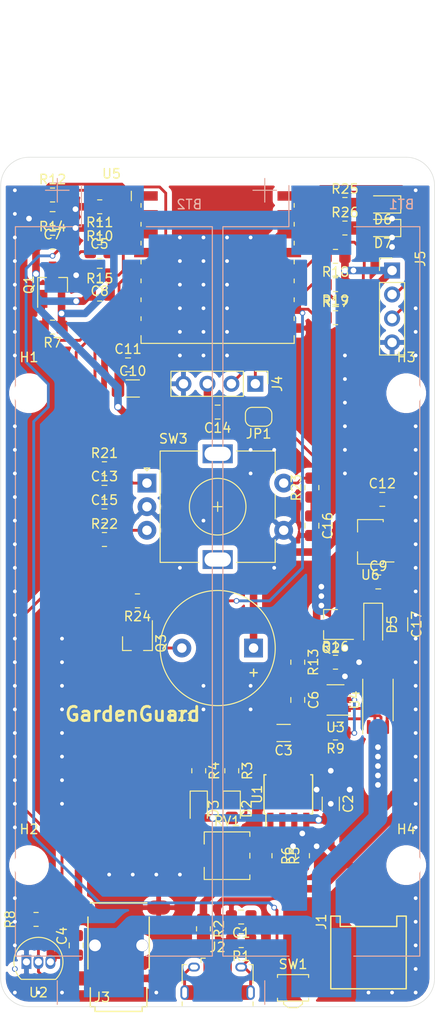
<source format=kicad_pcb>
(kicad_pcb (version 20171130) (host pcbnew 5.1.10-88a1d61d58~90~ubuntu20.04.1)
  (title_block (title GardenGuard) (date 2021-07-24) (rev v0.1.0) (company "Juraj Giertl") (comment 1 j74a8g@gmail.com))
  (layers (0 F.Cu signal) (31 B.Cu signal) (34 B.Paste user hide) (35 F.Paste user hide) (36 B.SilkS user hide) (37 F.SilkS user) (38 B.Mask user hide) (39 F.Mask user hide) (44 Edge.Cuts user))
  (net 0 "")
  (net 1 GND)
  (net 2 "Net-(D3-Pad1)")
  (net 3 "Net-(D6-Pad2)")
  (net 4 "Net-(BZ1-Pad2)")
  (net 5 "Net-(D2-Pad1)")
  (net 6 "Net-(D7-Pad2)")
  (net 7 "Net-(J2-Pad1)")
  (net 8 "Net-(C9-Pad1)")
  (net 9 "Net-(R3-Pad1)")
  (net 10 "Net-(R4-Pad1)")
  (net 11 SCL)
  (net 12 SDA)
  (net 13 +3V3)
  (net 14 WAKE)
  (net 15 /ADC1)
  (net 16 /Reset)
  (net 17 /EN)
  (net 18 /GPIO2)
  (net 19 /GPIO13)
  (net 20 "Net-(R21-Pad2)")
  (net 21 "Net-(R22-Pad2)")
  (net 22 "Net-(R23-Pad2)")
  (net 23 GND1)
  (net 24 VCC)
  (net 25 V_BAT)
  (net 26 /SHIELD)
  (net 27 B_CHECK)
  (net 28 "Net-(Q1-Pad3)")
  (net 29 "Net-(R5-Pad2)")
  (net 30 /BUZZ)
  (net 31 /RXD)
  (net 32 /TXD)
  (net 33 "Net-(J2-Pad4)")
  (net 34 "Net-(U3-Pad4)")
  (net 35 "Net-(U4-Pad1)")
  (net 36 "Net-(U4-Pad8)")
  (net 37 /GPIO0)
  (net 38 "Net-(J2-Pad2)")
  (net 39 "Net-(J2-Pad3)")
  (net 40 "Net-(Q3-Pad1)")
  (net 41 /GPIO12)
  (net 42 /prog)
  (net 43 /dw01a_cs)
  (net 44 /T_BAT)
  (net 45 /dw01a_od)
  (net 46 /dw01a_oc)
  (net 47 /dw01a_vcc)
  (module Resistor_SMD:R_0805_2012Metric_Pad1.20x1.40mm_HandSolder (layer F.Cu) (at 121.5 125 270)
    (fp_text reference R3 (at 0 -1.65 90) (layer F.SilkS))
    (fp_text value 1K)
    (pad 2 smd roundrect (at 1 0 270) (size 1.2 1.4) (layers F.Cu F.Paste F.Mask) (roundrect_rratio 0.208333) (net 5 "Net-(D2-Pad1)"))
    (pad 1 smd roundrect (at -1 0 270) (size 1.2 1.4) (layers F.Cu F.Paste F.Mask) (roundrect_rratio 0.208333) (net 9 "Net-(R3-Pad1)"))
  )
  (module Battery:BatteryHolder_Keystone_1042_1x18650 (layer B.Cu) (at 109 106 270)
    (fp_text reference BT2 (at -41 -8) (layer B.SilkS) (effects (justify mirror)))
    (fp_text value LiOn)
    (pad 1 smd rect (at -39.33 0 270) (size 7.34 6.35) (layers B.Cu B.Paste B.Mask) (net 25 V_BAT))
    (pad 2 smd rect (at 39.33 0 270) (size 7.34 6.35) (layers B.Cu B.Paste B.Mask) (net 23 GND1))
  )
  (module Battery:BatteryHolder_Keystone_1042_1x18650 (layer B.Cu) (at 131 106 270)
    (fp_text reference BT1 (at -41 -8.5 180) (layer B.SilkS) (effects (justify mirror)))
    (fp_text value LiOn)
    (pad 2 smd rect (at 39.33 0 270) (size 7.34 6.35) (layers B.Cu B.Paste B.Mask) (net 23 GND1))
    (pad 1 smd rect (at -39.33 0 270) (size 7.34 6.35) (layers B.Cu B.Paste B.Mask) (net 25 V_BAT))
  )
  (module Buzzer_Beeper:Buzzer_12x9.5RM7.6 (layer F.Cu) (at 120 112 180)
    (fp_text reference BZ1 (at 3.8 -7.2) (layer F.SilkS))
    (fp_text value Buzzer)
    (fp_text user + (at -3.82 -2.54) (layer F.SilkS))
    (pad 1 thru_hole rect (at -3.81 0 180) (size 2 2) (drill 1) (layers *.Cu *.Mask) (net 13 +3V3))
    (pad 2 thru_hole circle (at 3.79 0 180) (size 2 2) (drill 1) (layers *.Cu *.Mask) (net 4 "Net-(BZ1-Pad2)"))
  )
  (module Rotary_Encoder:RotaryEncoder_Alps_EC11E-Switch_Vertical_H20mm (layer F.Cu) (at 120 97)
    (fp_text reference SW3 (at -4.693 -7.1765) (layer F.SilkS))
    (fp_text value Rotary_Encoder_Switch)
    (pad S1 thru_hole circle (at 7.007 2.5235) (size 2 2) (drill 1) (layers *.Cu *.Mask) (net 1 GND))
    (pad S2 thru_hole circle (at 7.007 -2.4765) (size 2 2) (drill 1) (layers *.Cu *.Mask) (net 22 "Net-(R23-Pad2)"))
    (pad MP thru_hole rect (at 0.007 5.6235) (size 3.2 2) (drill oval 2.8 1.5) (layers *.Cu *.Mask))
    (pad MP thru_hole rect (at 0.007 -5.5765) (size 3.2 2) (drill oval 2.8 1.5) (layers *.Cu *.Mask))
    (pad B thru_hole circle (at -7.493 2.5235) (size 2 2) (drill 1) (layers *.Cu *.Mask) (net 21 "Net-(R22-Pad2)"))
    (pad C thru_hole circle (at -7.493 0.0235) (size 2 2) (drill 1) (layers *.Cu *.Mask) (net 1 GND))
    (pad A thru_hole rect (at -7.493 -2.4765) (size 2 2) (drill 1) (layers *.Cu *.Mask) (net 20 "Net-(R21-Pad2)"))
  )
  (module RF_Module:ESP-07 (layer F.Cu) (at 120 69)
    (fp_text reference U5 (at -11.25 -7.25) (layer F.SilkS))
    (fp_text value ESP-07)
    (pad 16 smd rect (at 7.6 -4.9) (size 2.5 1) (layers F.Cu F.Paste F.Mask) (net 32 /TXD))
    (pad 15 smd rect (at 7.6 -2.9) (size 2.5 1) (layers F.Cu F.Paste F.Mask) (net 31 /RXD))
    (pad 14 smd rect (at 7.6 -0.9) (size 2.5 1) (layers F.Cu F.Paste F.Mask) (net 11 SCL))
    (pad 13 smd rect (at 7.6 1.1) (size 2.5 1) (layers F.Cu F.Paste F.Mask) (net 12 SDA))
    (pad 12 smd rect (at 7.6 3.1) (size 2.5 1) (layers F.Cu F.Paste F.Mask) (net 37 /GPIO0))
    (pad 11 smd rect (at 7.6 5.1) (size 2.5 1) (layers F.Cu F.Paste F.Mask) (net 18 /GPIO2))
    (pad 10 smd rect (at 7.6 7.1) (size 2.5 1) (layers F.Cu F.Paste F.Mask) (net 30 /BUZZ))
    (pad 9 smd rect (at 7.6 9.1) (size 2.5 1) (layers F.Cu F.Paste F.Mask) (net 1 GND))
    (pad 8 smd rect (at -7.6 9.1) (size 2.5 1) (layers F.Cu F.Paste F.Mask) (net 13 +3V3))
    (pad 7 smd rect (at -7.6 7.1) (size 2.5 1) (layers F.Cu F.Paste F.Mask) (net 19 /GPIO13))
    (pad 6 smd rect (at -7.6 5.1) (size 2.5 1) (layers F.Cu F.Paste F.Mask) (net 41 /GPIO12))
    (pad 5 smd rect (at -7.6 3.1) (size 2.5 1) (layers F.Cu F.Paste F.Mask) (net 27 B_CHECK))
    (pad 4 smd rect (at -7.6 1.1) (size 2.5 1) (layers F.Cu F.Paste F.Mask) (net 14 WAKE))
    (pad 3 smd rect (at -7.6 -0.9) (size 2.5 1) (layers F.Cu F.Paste F.Mask) (net 17 /EN))
    (pad 2 smd rect (at -7.6 -2.9) (size 2.5 1) (layers F.Cu F.Paste F.Mask) (net 15 /ADC1))
    (pad 1 smd rect (at -7.6 -4.9) (size 2.5 1) (layers F.Cu F.Paste F.Mask) (net 16 /Reset))
  )
  (module Package_TO_SOT_THT:TO-92_Inline (layer F.Cu) (at 99.73 145.25)
    (fp_text reference U2 (at 1.27 3.25) (layer F.SilkS))
    (fp_text value DS18B20)
    (pad 2 thru_hole oval (at 1.27 0) (size 1.05 1.5) (drill 0.75) (layers *.Cu *.Mask) (net 41 /GPIO12))
    (pad 3 thru_hole oval (at 2.54 0) (size 1.05 1.5) (drill 0.75) (layers *.Cu *.Mask) (net 13 +3V3))
    (pad 1 thru_hole rect (at 0 0) (size 1.05 1.5) (drill 0.75) (layers *.Cu *.Mask) (net 1 GND))
  )
  (module Capacitor_SMD:C_0805_2012Metric_Pad1.18x1.45mm_HandSolder (layer F.Cu) (at 102.5 66.5 180)
    (fp_text reference C7 (at 0 -1.68) (layer F.SilkS))
    (fp_text value 10nF)
    (pad 1 smd roundrect (at -1.0375 0 180) (size 1.175 1.45) (layers F.Cu F.Paste F.Mask) (roundrect_rratio 0.212766) (net 16 /Reset))
    (pad 2 smd roundrect (at 1.0375 0 180) (size 1.175 1.45) (layers F.Cu F.Paste F.Mask) (roundrect_rratio 0.212766) (net 1 GND))
  )
  (module Capacitor_SMD:C_0805_2012Metric_Pad1.18x1.45mm_HandSolder (layer F.Cu) (at 105 143.5 90)
    (fp_text reference C4 (at 1 -1.5 270) (layer F.SilkS))
    (fp_text value 0.1uF)
    (pad 2 smd roundrect (at 1.0375 0 90) (size 1.175 1.45) (layers F.Cu F.Paste F.Mask) (roundrect_rratio 0.212766) (net 1 GND))
    (pad 1 smd roundrect (at -1.0375 0 90) (size 1.175 1.45) (layers F.Cu F.Paste F.Mask) (roundrect_rratio 0.212766) (net 13 +3V3))
  )
  (module LED_SMD:LED_0805_2012Metric_Castellated (layer F.Cu) (at 137.5375 65 180)
    (fp_text reference D6 (at 0 -1.6) (layer F.SilkS))
    (fp_text value R)
    (pad 2 smd roundrect (at 0.9625 0 180) (size 1.325 1.3) (layers F.Cu F.Paste F.Mask) (roundrect_rratio 0.192308) (net 3 "Net-(D6-Pad2)"))
    (pad 1 smd roundrect (at -0.9625 0 180) (size 1.325 1.3) (layers F.Cu F.Paste F.Mask) (roundrect_rratio 0.192308) (net 1 GND))
  )
  (module Resistor_SMD:R_0805_2012Metric_Pad1.20x1.40mm_HandSolder (layer F.Cu) (at 107.5 70)
    (fp_text reference R10 (at 0 -1.65) (layer F.SilkS))
    (fp_text value 220K)
    (pad 2 smd roundrect (at 1 0) (size 1.2 1.4) (layers F.Cu F.Paste F.Mask) (roundrect_rratio 0.208333) (net 15 /ADC1))
    (pad 1 smd roundrect (at -1 0) (size 1.2 1.4) (layers F.Cu F.Paste F.Mask) (roundrect_rratio 0.208333) (net 28 "Net-(Q1-Pad3)"))
  )
  (module Resistor_SMD:R_0805_2012Metric_Pad1.20x1.40mm_HandSolder (layer F.Cu) (at 107.5 65.25 180)
    (fp_text reference R11 (at 0 -1.65) (layer F.SilkS))
    (fp_text value 100K)
    (pad 1 smd roundrect (at -1 0 180) (size 1.2 1.4) (layers F.Cu F.Paste F.Mask) (roundrect_rratio 0.208333) (net 15 /ADC1))
    (pad 2 smd roundrect (at 1 0 180) (size 1.2 1.4) (layers F.Cu F.Paste F.Mask) (roundrect_rratio 0.208333) (net 1 GND))
  )
  (module Resistor_SMD:R_0805_2012Metric_Pad1.20x1.40mm_HandSolder (layer F.Cu) (at 107.5 74.5)
    (fp_text reference R15 (at 0 -1.65) (layer F.SilkS))
    (fp_text value 100K)
    (pad 1 smd roundrect (at -1 0) (size 1.2 1.4) (layers F.Cu F.Paste F.Mask) (roundrect_rratio 0.208333) (net 13 +3V3))
    (pad 2 smd roundrect (at 1 0) (size 1.2 1.4) (layers F.Cu F.Paste F.Mask) (roundrect_rratio 0.208333) (net 17 /EN))
  )
  (module Button_Switch_SMD:SW_SPST_B3U-3000P (layer F.Cu) (at 128 148 180)
    (fp_text reference SW1 (at 0 2.5) (layer F.SilkS))
    (fp_text value Reset)
    (pad 2 smd rect (at 1.7 0 180) (size 0.9 1.7) (layers F.Cu F.Paste F.Mask) (net 16 /Reset))
    (pad 1 smd rect (at -1.7 0 180) (size 0.9 1.7) (layers F.Cu F.Paste F.Mask) (net 1 GND))
  )
  (module Connector_PinHeader_2.54mm:PinHeader_1x04_P2.54mm_Vertical (layer F.Cu) (at 124 84 270)
    (fp_text reference J4 (at 0 -2.33 90) (layer F.SilkS))
    (fp_text value "OLED SSD1306")
    (pad 1 thru_hole rect (at 0 0 270) (size 1.7 1.7) (drill 1) (layers *.Cu *.Mask) (net 12 SDA))
    (pad 2 thru_hole oval (at 0 2.54 270) (size 1.7 1.7) (drill 1) (layers *.Cu *.Mask) (net 11 SCL))
    (pad 3 thru_hole oval (at 0 5.08 270) (size 1.7 1.7) (drill 1) (layers *.Cu *.Mask) (net 13 +3V3))
    (pad 4 thru_hole oval (at 0 7.62 270) (size 1.7 1.7) (drill 1) (layers *.Cu *.Mask) (net 1 GND))
  )
  (module Capacitor_SMD:C_0805_2012Metric_Pad1.18x1.45mm_HandSolder (layer F.Cu) (at 107.4625 67.5 180)
    (fp_text reference C5 (at 0 -1.68) (layer F.SilkS))
    (fp_text value 10nF)
    (pad 1 smd roundrect (at -1.0375 0 180) (size 1.175 1.45) (layers F.Cu F.Paste F.Mask) (roundrect_rratio 0.212766) (net 15 /ADC1))
    (pad 2 smd roundrect (at 1.0375 0 180) (size 1.175 1.45) (layers F.Cu F.Paste F.Mask) (roundrect_rratio 0.212766) (net 1 GND))
  )
  (module Resistor_SMD:R_0805_2012Metric_Pad1.20x1.40mm_HandSolder (layer F.Cu) (at 102.5 69)
    (fp_text reference R14 (at 0 -1.65) (layer F.SilkS))
    (fp_text value 100K)
    (pad 2 smd roundrect (at 1 0) (size 1.2 1.4) (layers F.Cu F.Paste F.Mask) (roundrect_rratio 0.208333) (net 16 /Reset))
    (pad 1 smd roundrect (at -1 0) (size 1.2 1.4) (layers F.Cu F.Paste F.Mask) (roundrect_rratio 0.208333) (net 13 +3V3))
  )
  (module Resistor_SMD:R_0805_2012Metric_Pad1.20x1.40mm_HandSolder (layer F.Cu) (at 132.5 77)
    (fp_text reference R17 (at 0 -1.65) (layer F.SilkS))
    (fp_text value 100k)
    (pad 2 smd roundrect (at 1 0) (size 1.2 1.4) (layers F.Cu F.Paste F.Mask) (roundrect_rratio 0.208333) (net 1 GND))
    (pad 1 smd roundrect (at -1 0) (size 1.2 1.4) (layers F.Cu F.Paste F.Mask) (roundrect_rratio 0.208333) (net 30 /BUZZ))
  )
  (module Resistor_SMD:R_0805_2012Metric_Pad1.20x1.40mm_HandSolder (layer F.Cu) (at 132.5 70.5 180)
    (fp_text reference R18 (at 0 -1.65) (layer F.SilkS))
    (fp_text value 100K)
    (pad 1 smd roundrect (at -1 0 180) (size 1.2 1.4) (layers F.Cu F.Paste F.Mask) (roundrect_rratio 0.208333) (net 13 +3V3))
    (pad 2 smd roundrect (at 1 0 180) (size 1.2 1.4) (layers F.Cu F.Paste F.Mask) (roundrect_rratio 0.208333) (net 37 /GPIO0))
  )
  (module Resistor_SMD:R_0805_2012Metric_Pad1.20x1.40mm_HandSolder (layer F.Cu) (at 132.5 73.5 180)
    (fp_text reference R19 (at 0 -1.65) (layer F.SilkS))
    (fp_text value NC)
    (pad 1 smd roundrect (at -1 0 180) (size 1.2 1.4) (layers F.Cu F.Paste F.Mask) (roundrect_rratio 0.208333) (net 13 +3V3))
    (pad 2 smd roundrect (at 1 0 180) (size 1.2 1.4) (layers F.Cu F.Paste F.Mask) (roundrect_rratio 0.208333) (net 18 /GPIO2))
  )
  (module Resistor_SMD:R_0805_2012Metric_Pad1.20x1.40mm_HandSolder (layer F.Cu) (at 102.5 64)
    (fp_text reference R12 (at 0 -1.65) (layer F.SilkS))
    (fp_text value 1K)
    (pad 1 smd roundrect (at -1 0) (size 1.2 1.4) (layers F.Cu F.Paste F.Mask) (roundrect_rratio 0.208333) (net 14 WAKE))
    (pad 2 smd roundrect (at 1 0) (size 1.2 1.4) (layers F.Cu F.Paste F.Mask) (roundrect_rratio 0.208333) (net 16 /Reset))
  )
  (module Capacitor_SMD:C_0805_2012Metric_Pad1.18x1.45mm_HandSolder (layer F.Cu) (at 107.5 72.5 180)
    (fp_text reference C8 (at 0 -1.68) (layer F.SilkS))
    (fp_text value 10nF)
    (pad 1 smd roundrect (at -1.0375 0 180) (size 1.175 1.45) (layers F.Cu F.Paste F.Mask) (roundrect_rratio 0.212766) (net 17 /EN))
    (pad 2 smd roundrect (at 1.0375 0 180) (size 1.175 1.45) (layers F.Cu F.Paste F.Mask) (roundrect_rratio 0.212766) (net 1 GND))
  )
  (module Capacitor_SMD:C_0805_2012Metric_Pad1.18x1.45mm_HandSolder (layer F.Cu) (at 110.5 82)
    (fp_text reference C11 (at 0 -1.68) (layer F.SilkS))
    (fp_text value 0.1uF)
    (pad 2 smd roundrect (at 1.0375 0) (size 1.175 1.45) (layers F.Cu F.Paste F.Mask) (roundrect_rratio 0.212766) (net 1 GND))
    (pad 1 smd roundrect (at -1.0375 0) (size 1.175 1.45) (layers F.Cu F.Paste F.Mask) (roundrect_rratio 0.212766) (net 13 +3V3))
  )
  (module LED_SMD:LED_0805_2012Metric_Castellated (layer F.Cu) (at 137.5375 67.5 180)
    (fp_text reference D7 (at 0 -1.6) (layer F.SilkS))
    (fp_text value R)
    (pad 1 smd roundrect (at -0.9625 0 180) (size 1.325 1.3) (layers F.Cu F.Paste F.Mask) (roundrect_rratio 0.192308) (net 1 GND))
    (pad 2 smd roundrect (at 0.9625 0 180) (size 1.325 1.3) (layers F.Cu F.Paste F.Mask) (roundrect_rratio 0.192308) (net 6 "Net-(D7-Pad2)"))
  )
  (module Resistor_SMD:R_0805_2012Metric_Pad1.20x1.40mm_HandSolder (layer F.Cu) (at 133.5 65)
    (fp_text reference R25 (at 0 -1.65) (layer F.SilkS))
    (fp_text value 330R)
    (pad 1 smd roundrect (at -1 0) (size 1.2 1.4) (layers F.Cu F.Paste F.Mask) (roundrect_rratio 0.208333) (net 18 /GPIO2))
    (pad 2 smd roundrect (at 1 0) (size 1.2 1.4) (layers F.Cu F.Paste F.Mask) (roundrect_rratio 0.208333) (net 3 "Net-(D6-Pad2)"))
  )
  (module Resistor_SMD:R_0805_2012Metric_Pad1.20x1.40mm_HandSolder (layer F.Cu) (at 133.5 67.5)
    (fp_text reference R26 (at 0 -1.65) (layer F.SilkS))
    (fp_text value 330R)
    (pad 2 smd roundrect (at 1 0) (size 1.2 1.4) (layers F.Cu F.Paste F.Mask) (roundrect_rratio 0.208333) (net 6 "Net-(D7-Pad2)"))
    (pad 1 smd roundrect (at -1 0) (size 1.2 1.4) (layers F.Cu F.Paste F.Mask) (roundrect_rratio 0.208333) (net 18 /GPIO2))
  )
  (module Resistor_SMD:R_0805_2012Metric_Pad1.20x1.40mm_HandSolder (layer F.Cu) (at 100.75 140.75 180)
    (fp_text reference R8 (at 2.75 0 90) (layer F.SilkS))
    (fp_text value 4.7K)
    (pad 1 smd roundrect (at -1 0 180) (size 1.2 1.4) (layers F.Cu F.Paste F.Mask) (roundrect_rratio 0.208333) (net 13 +3V3))
    (pad 2 smd roundrect (at 1 0 180) (size 1.2 1.4) (layers F.Cu F.Paste F.Mask) (roundrect_rratio 0.208333) (net 41 /GPIO12))
  )
  (module Resistor_SMD:R_0805_2012Metric_Pad1.20x1.40mm_HandSolder (layer F.Cu) (at 132.5 113.5)
    (fp_text reference R16 (at 0 -1.65) (layer F.SilkS))
    (fp_text value 100k)
    (pad 1 smd roundrect (at -1 0) (size 1.2 1.4) (layers F.Cu F.Paste F.Mask) (roundrect_rratio 0.208333) (net 24 VCC))
    (pad 2 smd roundrect (at 1 0) (size 1.2 1.4) (layers F.Cu F.Paste F.Mask) (roundrect_rratio 0.208333) (net 1 GND))
  )
  (module Package_SO:TSSOP-8_4.4x3mm_P0.65mm (layer F.Cu) (at 137 117.5 90)
    (fp_text reference U4 (at 0 -2.45 90) (layer F.SilkS))
    (fp_text value FS8205A)
    (pad 1 smd roundrect (at -2.8625 -0.975 90) (size 1.475 0.4) (layers F.Cu F.Paste F.Mask) (net 35 "Net-(U4-Pad1)"))
    (pad 2 smd roundrect (at -2.8625 -0.325 90) (size 1.475 0.4) (layers F.Cu F.Paste F.Mask) (net 23 GND1))
    (pad 3 smd roundrect (at -2.8625 0.325 90) (size 1.475 0.4) (layers F.Cu F.Paste F.Mask) (net 23 GND1))
    (pad 4 smd roundrect (at -2.8625 0.975 90) (size 1.475 0.4) (layers F.Cu F.Paste F.Mask) (net 45 /dw01a_od))
    (pad 5 smd roundrect (at 2.8625 0.975 90) (size 1.475 0.4) (layers F.Cu F.Paste F.Mask) (net 46 /dw01a_oc))
    (pad 6 smd roundrect (at 2.8625 0.325 90) (size 1.475 0.4) (layers F.Cu F.Paste F.Mask) (net 1 GND))
    (pad 7 smd roundrect (at 2.8625 -0.325 90) (size 1.475 0.4) (layers F.Cu F.Paste F.Mask) (net 1 GND))
    (pad 8 smd roundrect (at 2.8625 -0.975 90) (size 1.475 0.4) (layers F.Cu F.Paste F.Mask) (net 36 "Net-(U4-Pad8)"))
  )
  (module Package_TO_SOT_SMD:SOT-23-6 (layer F.Cu) (at 132.5 117.5 180)
    (fp_text reference U3 (at 0 -2.9) (layer F.SilkS))
    (fp_text value DW01A)
    (pad 1 smd rect (at -1.1 -0.95 180) (size 1.06 0.65) (layers F.Cu F.Paste F.Mask) (net 45 /dw01a_od))
    (pad 2 smd rect (at -1.1 0 180) (size 1.06 0.65) (layers F.Cu F.Paste F.Mask) (net 43 /dw01a_cs))
    (pad 3 smd rect (at -1.1 0.95 180) (size 1.06 0.65) (layers F.Cu F.Paste F.Mask) (net 46 /dw01a_oc))
    (pad 4 smd rect (at 1.1 0.95 180) (size 1.06 0.65) (layers F.Cu F.Paste F.Mask) (net 34 "Net-(U3-Pad4)"))
    (pad 6 smd rect (at 1.1 -0.95 180) (size 1.06 0.65) (layers F.Cu F.Paste F.Mask) (net 23 GND1))
    (pad 5 smd rect (at 1.1 0 180) (size 1.06 0.65) (layers F.Cu F.Paste F.Mask) (net 47 /dw01a_vcc))
  )
  (module Project_footprints:TP4056_SOP-8-PP (layer F.Cu) (at 127.5 127.5 90)
    (fp_text reference U1 (at 0 -3.3 90) (layer F.SilkS))
    (fp_text value TP4056)
    (pad 1 smd rect (at -2.7 -1.905 90) (size 1.5 0.65) (layers F.Cu F.Paste F.Mask) (net 44 /T_BAT))
    (pad 2 smd rect (at -2.7 -0.635 90) (size 1.5 0.65) (layers F.Cu F.Paste F.Mask) (net 42 /prog))
    (pad 3 smd rect (at -2.7 0.635 90) (size 1.5 0.65) (layers F.Cu F.Paste F.Mask) (net 1 GND))
    (pad 4 smd rect (at -2.7 1.905 90) (size 1.5 0.65) (layers F.Cu F.Paste F.Mask) (net 24 VCC))
    (pad 5 smd rect (at 2.7 1.905 90) (size 1.5 0.65) (layers F.Cu F.Paste F.Mask) (net 25 V_BAT))
    (pad 6 smd rect (at 2.7 0.635 90) (size 1.5 0.65) (layers F.Cu F.Paste F.Mask) (net 10 "Net-(R4-Pad1)"))
    (pad 7 smd rect (at 2.7 -0.635 90) (size 1.5 0.65) (layers F.Cu F.Paste F.Mask) (net 9 "Net-(R3-Pad1)"))
    (pad 8 smd rect (at 2.7 -1.905 90) (size 1.5 0.65) (layers F.Cu F.Paste F.Mask) (net 24 VCC))
    (pad 9 smd rect (at 0 0 90) (size 2.7 3.6) (layers F.Cu F.Paste F.Mask))
  )
  (module Capacitor_SMD:C_0805_2012Metric_Pad1.18x1.45mm_HandSolder (layer F.Cu) (at 128.5 117.5 270)
    (fp_text reference C6 (at 0 -1.68 90) (layer F.SilkS))
    (fp_text value 0.1uF)
    (pad 2 smd roundrect (at 1.0375 0 270) (size 1.175 1.45) (layers F.Cu F.Paste F.Mask) (roundrect_rratio 0.212766) (net 23 GND1))
    (pad 1 smd roundrect (at -1.0375 0 270) (size 1.175 1.45) (layers F.Cu F.Paste F.Mask) (roundrect_rratio 0.212766) (net 47 /dw01a_vcc))
  )
  (module Resistor_SMD:R_0805_2012Metric_Pad1.20x1.40mm_HandSolder (layer F.Cu) (at 126.5 134 270)
    (fp_text reference R5 (at 0 -1.65 90) (layer F.SilkS))
    (fp_text value 1K)
    (pad 2 smd roundrect (at 1 0 270) (size 1.2 1.4) (layers F.Cu F.Paste F.Mask) (roundrect_rratio 0.208333) (net 29 "Net-(R5-Pad2)"))
    (pad 1 smd roundrect (at -1 0 270) (size 1.2 1.4) (layers F.Cu F.Paste F.Mask) (roundrect_rratio 0.208333) (net 42 /prog))
  )
  (module Resistor_SMD:R_0805_2012Metric_Pad1.20x1.40mm_HandSolder (layer F.Cu) (at 132.5 121 180)
    (fp_text reference R9 (at 0 -1.65) (layer F.SilkS))
    (fp_text value 1K)
    (pad 1 smd roundrect (at -1 0 180) (size 1.2 1.4) (layers F.Cu F.Paste F.Mask) (roundrect_rratio 0.208333) (net 43 /dw01a_cs))
    (pad 2 smd roundrect (at 1 0 180) (size 1.2 1.4) (layers F.Cu F.Paste F.Mask) (roundrect_rratio 0.208333) (net 1 GND))
  )
  (module Resistor_SMD:R_0805_2012Metric_Pad1.20x1.40mm_HandSolder (layer F.Cu) (at 128.5 113.5 270)
    (fp_text reference R13 (at 0 -1.65 90) (layer F.SilkS))
    (fp_text value 100R)
    (pad 1 smd roundrect (at -1 0 270) (size 1.2 1.4) (layers F.Cu F.Paste F.Mask) (roundrect_rratio 0.208333) (net 25 V_BAT))
    (pad 2 smd roundrect (at 1 0 270) (size 1.2 1.4) (layers F.Cu F.Paste F.Mask) (roundrect_rratio 0.208333) (net 47 /dw01a_vcc))
  )
  (module Resistor_SMD:R_0805_2012Metric_Pad1.20x1.40mm_HandSolder (layer F.Cu) (at 118 125 270)
    (fp_text reference R4 (at 0 -1.65 90) (layer F.SilkS))
    (fp_text value 1K)
    (pad 1 smd roundrect (at -1 0 270) (size 1.2 1.4) (layers F.Cu F.Paste F.Mask) (roundrect_rratio 0.208333) (net 10 "Net-(R4-Pad1)"))
    (pad 2 smd roundrect (at 1 0 270) (size 1.2 1.4) (layers F.Cu F.Paste F.Mask) (roundrect_rratio 0.208333) (net 2 "Net-(D3-Pad1)"))
  )
  (module LED_SMD:LED_0805_2012Metric_Castellated (layer F.Cu) (at 121.5 129.0375 270)
    (fp_text reference D2 (at 0 -1.6 90) (layer F.SilkS))
    (fp_text value R)
    (pad 1 smd roundrect (at -0.9625 0 270) (size 1.325 1.3) (layers F.Cu F.Paste F.Mask) (roundrect_rratio 0.192308) (net 5 "Net-(D2-Pad1)"))
    (pad 2 smd roundrect (at 0.9625 0 270) (size 1.325 1.3) (layers F.Cu F.Paste F.Mask) (roundrect_rratio 0.192308) (net 24 VCC))
  )
  (module LED_SMD:LED_0805_2012Metric_Castellated (layer F.Cu) (at 118 129.0375 270)
    (fp_text reference D3 (at 0 -1.6 90) (layer F.SilkS))
    (fp_text value B)
    (pad 2 smd roundrect (at 0.9625 0 270) (size 1.325 1.3) (layers F.Cu F.Paste F.Mask) (roundrect_rratio 0.192308) (net 24 VCC))
    (pad 1 smd roundrect (at -0.9625 0 270) (size 1.325 1.3) (layers F.Cu F.Paste F.Mask) (roundrect_rratio 0.192308) (net 2 "Net-(D3-Pad1)"))
  )
  (module Potentiometer_SMD:Potentiometer_Bourns_3224J_Horizontal (layer F.Cu) (at 121 134)
    (fp_text reference RV1 (at 0 -3.65) (layer F.SilkS))
    (fp_text value 10K)
    (pad 1 smd rect (at 2 -1.15) (size 2 1.3) (layers F.Cu F.Paste F.Mask) (net 1 GND))
    (pad 2 smd rect (at -2 0) (size 2 2) (layers F.Cu F.Paste F.Mask) (net 1 GND))
    (pad 3 smd rect (at 2 1.15) (size 2 1.3) (layers F.Cu F.Paste F.Mask) (net 29 "Net-(R5-Pad2)"))
  )
  (module Capacitor_SMD:C_0805_2012Metric_Pad1.18x1.45mm_HandSolder (layer F.Cu) (at 137.0375 105)
    (fp_text reference C9 (at 0 -1.68) (layer F.SilkS))
    (fp_text value 10uF)
    (pad 1 smd roundrect (at -1.0375 0) (size 1.175 1.45) (layers F.Cu F.Paste F.Mask) (roundrect_rratio 0.212766) (net 8 "Net-(C9-Pad1)"))
    (pad 2 smd roundrect (at 1.0375 0) (size 1.175 1.45) (layers F.Cu F.Paste F.Mask) (roundrect_rratio 0.212766) (net 1 GND))
  )
  (module Capacitor_SMD:C_0805_2012Metric_Pad1.18x1.45mm_HandSolder (layer F.Cu) (at 137.4625 96.25)
    (fp_text reference C12 (at 0 -1.68) (layer F.SilkS))
    (fp_text value 10uF)
    (pad 2 smd roundrect (at 1.0375 0) (size 1.175 1.45) (layers F.Cu F.Paste F.Mask) (roundrect_rratio 0.212766) (net 1 GND))
    (pad 1 smd roundrect (at -1.0375 0) (size 1.175 1.45) (layers F.Cu F.Paste F.Mask) (roundrect_rratio 0.212766) (net 13 +3V3))
  )
  (module Diode_SMD:D_SOD-123 (layer F.Cu) (at 136.5 109.5 270)
    (fp_text reference D5 (at 0 -2 90) (layer F.SilkS))
    (fp_text value 1N5819)
    (pad 1 smd rect (at -1.65 0 270) (size 0.9 1.2) (layers F.Cu F.Paste F.Mask) (net 8 "Net-(C9-Pad1)"))
    (pad 2 smd rect (at 1.65 0 270) (size 0.9 1.2) (layers F.Cu F.Paste F.Mask) (net 24 VCC))
  )
  (module Package_TO_SOT_SMD:SOT-89-3 (layer F.Cu) (at 136.5 100.75 180)
    (fp_text reference U6 (at 0.3 -3.5) (layer F.SilkS))
    (fp_text value HT75xx-1-SOT89)
    (pad 1 smd rect (at -1.65 -1.5 180) (size 1.3 0.9) (layers F.Cu F.Paste F.Mask) (net 1 GND))
    (pad 3 smd rect (at -1.65 1.5 180) (size 1.3 0.9) (layers F.Cu F.Paste F.Mask) (net 13 +3V3))
    (pad 2 smd custom (at -1.5625 0 180) (size 1.475 0.9) (layers F.Cu F.Paste F.Mask) (net 8 "Net-(C9-Pad1)") (options (clearance outline) (anchor rect)) (primitives (gr_poly (pts (xy 0.7375 -0.8665) (xy 3.8625 -0.8665) (xy 3.8625 0.8665) (xy 0.7375 0.8665)) (width 0))))
  )
  (module Resistor_SMD:R_0805_2012Metric_Pad1.20x1.40mm_HandSolder (layer F.Cu) (at 129 134 90)
    (fp_text reference R6 (at 0 -1.65 90) (layer F.SilkS))
    (fp_text value 1K)
    (pad 1 smd roundrect (at -1 0 90) (size 1.2 1.4) (layers F.Cu F.Paste F.Mask) (roundrect_rratio 0.208333) (net 29 "Net-(R5-Pad2)"))
    (pad 2 smd roundrect (at 1 0 90) (size 1.2 1.4) (layers F.Cu F.Paste F.Mask) (roundrect_rratio 0.208333) (net 1 GND))
  )
  (module Capacitor_SMD:C_0805_2012Metric_Pad1.18x1.45mm_HandSolder (layer F.Cu) (at 122.5 140.5 180)
    (fp_text reference C1 (at 0 -1.68) (layer F.SilkS))
    (fp_text value 10n)
    (pad 2 smd roundrect (at 1.0375 0 180) (size 1.175 1.45) (layers F.Cu F.Paste F.Mask) (roundrect_rratio 0.212766) (net 1 GND))
    (pad 1 smd roundrect (at -1.0375 0 180) (size 1.175 1.45) (layers F.Cu F.Paste F.Mask) (roundrect_rratio 0.212766) (net 26 /SHIELD))
  )
  (module Capacitor_SMD:C_0805_2012Metric_Pad1.18x1.45mm_HandSolder (layer F.Cu) (at 108 95.5)
    (fp_text reference C13 (at 0 -1.68) (layer F.SilkS))
    (fp_text value 10nF)
    (pad 1 smd roundrect (at -1.0375 0) (size 1.175 1.45) (layers F.Cu F.Paste F.Mask) (roundrect_rratio 0.212766) (net 19 /GPIO13))
    (pad 2 smd roundrect (at 1.0375 0) (size 1.175 1.45) (layers F.Cu F.Paste F.Mask) (roundrect_rratio 0.212766) (net 1 GND))
  )
  (module Capacitor_SMD:C_0805_2012Metric_Pad1.18x1.45mm_HandSolder (layer F.Cu) (at 108 98)
    (fp_text reference C15 (at 0 -1.68) (layer F.SilkS))
    (fp_text value 10nF)
    (pad 1 smd roundrect (at -1.0375 0) (size 1.175 1.45) (layers F.Cu F.Paste F.Mask) (roundrect_rratio 0.212766) (net 41 /GPIO12))
    (pad 2 smd roundrect (at 1.0375 0) (size 1.175 1.45) (layers F.Cu F.Paste F.Mask) (roundrect_rratio 0.212766) (net 1 GND))
  )
  (module Capacitor_SMD:C_0805_2012Metric_Pad1.18x1.45mm_HandSolder (layer F.Cu) (at 130 99.0375 270)
    (fp_text reference C16 (at 0 -1.68 90) (layer F.SilkS))
    (fp_text value 10nF)
    (pad 2 smd roundrect (at 1.0375 0 270) (size 1.175 1.45) (layers F.Cu F.Paste F.Mask) (roundrect_rratio 0.212766) (net 1 GND))
    (pad 1 smd roundrect (at -1.0375 0 270) (size 1.175 1.45) (layers F.Cu F.Paste F.Mask) (roundrect_rratio 0.212766) (net 37 /GPIO0))
  )
  (module Connector_USB:USB_Micro-B_Amphenol_10118194_Horizontal (layer F.Cu) (at 120 147.2)
    (fp_text reference J2 (at 0 -3.5) (layer F.SilkS))
    (fp_text value USB_B_Mini)
    (pad 1 smd rect (at -1.3 -1.4) (size 0.4 1.35) (layers F.Cu F.Paste F.Mask) (net 7 "Net-(J2-Pad1)"))
    (pad 2 smd rect (at -0.65 -1.4) (size 0.4 1.35) (layers F.Cu F.Paste F.Mask) (net 38 "Net-(J2-Pad2)"))
    (pad 3 smd rect (at 0 -1.4) (size 0.4 1.35) (layers F.Cu F.Paste F.Mask) (net 39 "Net-(J2-Pad3)"))
    (pad 4 smd rect (at 0.65 -1.4) (size 0.4 1.35) (layers F.Cu F.Paste F.Mask) (net 33 "Net-(J2-Pad4)"))
    (pad 5 smd rect (at 1.3 -1.4) (size 0.4 1.35) (layers F.Cu F.Paste F.Mask) (net 1 GND))
    (pad 6 thru_hole oval (at -2.5 -1.4) (size 1.25 0.95) (drill oval 0.85 0.55) (layers *.Cu *.Mask) (net 26 /SHIELD))
    (pad 6 thru_hole oval (at 2.5 -1.4) (size 1.25 0.95) (drill oval 0.85 0.55) (layers *.Cu *.Mask) (net 26 /SHIELD))
    (pad 6 smd rect (at -1 1.3) (size 1.5 1.55) (layers F.Cu F.Paste F.Mask) (net 26 /SHIELD))
    (pad 6 smd rect (at 1 1.3) (size 1.5 1.55) (layers F.Cu F.Paste F.Mask) (net 26 /SHIELD))
    (pad 6 smd rect (at -2.9 1.3) (size 1.2 1.55) (layers F.Cu F.Paste F.Mask) (net 26 /SHIELD))
    (pad 6 smd rect (at 2.9 1.3) (size 1.2 1.55) (layers F.Cu F.Paste F.Mask) (net 26 /SHIELD))
    (pad 6 thru_hole oval (at -3.5 1.3) (size 0.89 1.55) (drill oval 0.5 1.15) (layers *.Cu *.Mask) (net 26 /SHIELD))
    (pad 6 thru_hole oval (at 3.5 1.3) (size 0.89 1.55) (drill oval 0.5 1.15) (layers *.Cu *.Mask) (net 26 /SHIELD))
  )
  (module Package_TO_SOT_SMD:SOT-23_Handsoldering (layer F.Cu) (at 102.5 73.5 90)
    (fp_text reference Q1 (at 0 -2.5 90) (layer F.SilkS))
    (fp_text value RE1C002UN)
    (pad 1 smd rect (at -1.5 -0.95 90) (size 1.9 0.8) (layers F.Cu F.Paste F.Mask) (net 27 B_CHECK))
    (pad 2 smd rect (at -1.5 0.95 90) (size 1.9 0.8) (layers F.Cu F.Paste F.Mask) (net 25 V_BAT))
    (pad 3 smd rect (at 1.5 0 90) (size 1.9 0.8) (layers F.Cu F.Paste F.Mask) (net 28 "Net-(Q1-Pad3)"))
  )
  (module Resistor_SMD:R_0805_2012Metric_Pad1.20x1.40mm_HandSolder (layer F.Cu) (at 122.5 143 180)
    (fp_text reference R1 (at 0 -1.65) (layer F.SilkS))
    (fp_text value 1M)
    (pad 1 smd roundrect (at -1 0 180) (size 1.2 1.4) (layers F.Cu F.Paste F.Mask) (roundrect_rratio 0.208333) (net 26 /SHIELD))
    (pad 2 smd roundrect (at 1 0 180) (size 1.2 1.4) (layers F.Cu F.Paste F.Mask) (roundrect_rratio 0.208333) (net 1 GND))
  )
  (module Resistor_SMD:R_0805_2012Metric_Pad1.20x1.40mm_HandSolder (layer F.Cu) (at 118.5 141.75 270)
    (fp_text reference R2 (at 0 -1.65 90) (layer F.SilkS))
    (fp_text value 0R)
    (pad 2 smd roundrect (at 1 0 270) (size 1.2 1.4) (layers F.Cu F.Paste F.Mask) (roundrect_rratio 0.208333) (net 7 "Net-(J2-Pad1)"))
    (pad 1 smd roundrect (at -1 0 270) (size 1.2 1.4) (layers F.Cu F.Paste F.Mask) (roundrect_rratio 0.208333) (net 24 VCC))
  )
  (module Resistor_SMD:R_0805_2012Metric_Pad1.20x1.40mm_HandSolder (layer F.Cu) (at 102.5 78 180)
    (fp_text reference R7 (at 0 -1.65) (layer F.SilkS))
    (fp_text value 100K)
    (pad 2 smd roundrect (at 1 0 180) (size 1.2 1.4) (layers F.Cu F.Paste F.Mask) (roundrect_rratio 0.208333) (net 27 B_CHECK))
    (pad 1 smd roundrect (at -1 0 180) (size 1.2 1.4) (layers F.Cu F.Paste F.Mask) (roundrect_rratio 0.208333) (net 25 V_BAT))
  )
  (module Resistor_SMD:R_0805_2012Metric_Pad1.20x1.40mm_HandSolder (layer F.Cu) (at 108 93)
    (fp_text reference R21 (at 0 -1.65) (layer F.SilkS))
    (fp_text value 10K)
    (pad 1 smd roundrect (at -1 0) (size 1.2 1.4) (layers F.Cu F.Paste F.Mask) (roundrect_rratio 0.208333) (net 19 /GPIO13))
    (pad 2 smd roundrect (at 1 0) (size 1.2 1.4) (layers F.Cu F.Paste F.Mask) (roundrect_rratio 0.208333) (net 20 "Net-(R21-Pad2)"))
  )
  (module Resistor_SMD:R_0805_2012Metric_Pad1.20x1.40mm_HandSolder (layer F.Cu) (at 108 100.5)
    (fp_text reference R22 (at 0 -1.65) (layer F.SilkS))
    (fp_text value 10K)
    (pad 1 smd roundrect (at -1 0) (size 1.2 1.4) (layers F.Cu F.Paste F.Mask) (roundrect_rratio 0.208333) (net 41 /GPIO12))
    (pad 2 smd roundrect (at 1 0) (size 1.2 1.4) (layers F.Cu F.Paste F.Mask) (roundrect_rratio 0.208333) (net 21 "Net-(R22-Pad2)"))
  )
  (module Resistor_SMD:R_0805_2012Metric_Pad1.20x1.40mm_HandSolder (layer F.Cu) (at 130 95 90)
    (fp_text reference R23 (at 0 -1.65 90) (layer F.SilkS))
    (fp_text value 10K)
    (pad 2 smd roundrect (at 1 0 90) (size 1.2 1.4) (layers F.Cu F.Paste F.Mask) (roundrect_rratio 0.208333) (net 22 "Net-(R23-Pad2)"))
    (pad 1 smd roundrect (at -1 0 90) (size 1.2 1.4) (layers F.Cu F.Paste F.Mask) (roundrect_rratio 0.208333) (net 37 /GPIO0))
  )
  (module Resistor_SMD:R_0805_2012Metric_Pad1.20x1.40mm_HandSolder (layer F.Cu) (at 111.5 107 180)
    (fp_text reference R24 (at 0 -1.65) (layer F.SilkS))
    (fp_text value 10K)
    (pad 2 smd roundrect (at 1 0 180) (size 1.2 1.4) (layers F.Cu F.Paste F.Mask) (roundrect_rratio 0.208333) (net 40 "Net-(Q3-Pad1)"))
    (pad 1 smd roundrect (at -1 0 180) (size 1.2 1.4) (layers F.Cu F.Paste F.Mask) (roundrect_rratio 0.208333) (net 30 /BUZZ))
  )
  (module Connector_PinHeader_2.54mm:PinHeader_1x04_P2.54mm_Vertical (layer F.Cu) (at 138.5 72)
    (fp_text reference J5 (at 3 -1.25 90) (layer F.SilkS))
    (fp_text value DEBUG)
    (pad 1 thru_hole rect (at 0 0) (size 1.7 1.7) (drill 1) (layers *.Cu *.Mask) (net 13 +3V3))
    (pad 2 thru_hole oval (at 0 2.54) (size 1.7 1.7) (drill 1) (layers *.Cu *.Mask) (net 31 /RXD))
    (pad 3 thru_hole oval (at 0 5.08) (size 1.7 1.7) (drill 1) (layers *.Cu *.Mask) (net 32 /TXD))
    (pad 4 thru_hole oval (at 0 7.62) (size 1.7 1.7) (drill 1) (layers *.Cu *.Mask) (net 1 GND))
  )
  (module Capacitor_SMD:C_0805_2012Metric_Pad1.18x1.45mm_HandSolder (layer F.Cu) (at 120 87 180)
    (fp_text reference C14 (at 0 -1.68) (layer F.SilkS))
    (fp_text value 0.1uF)
    (pad 1 smd roundrect (at -1.0375 0 180) (size 1.175 1.45) (layers F.Cu F.Paste F.Mask) (roundrect_rratio 0.212766) (net 1 GND))
    (pad 2 smd roundrect (at 1.0375 0 180) (size 1.175 1.45) (layers F.Cu F.Paste F.Mask) (roundrect_rratio 0.212766) (net 13 +3V3))
  )
  (module Jumper:SolderJumper-2_P1.3mm_Open_RoundedPad1.0x1.5mm (layer F.Cu) (at 124.35 87.5 180)
    (fp_text reference JP1 (at 0 -1.8) (layer F.SilkS))
    (fp_text value BOOT)
    (pad 1 smd custom (at -0.65 0 180) (size 1 0.5) (layers F.Cu F.Mask) (net 37 /GPIO0) (options (clearance outline) (anchor rect)) (primitives (gr_circle (center 0 0.25) (end 0.5 0.25) (width 0)) (gr_circle (center 0 -0.25) (end 0.5 -0.25) (width 0)) (gr_poly (pts (xy 0 -0.75) (xy 0.5 -0.75) (xy 0.5 0.75) (xy 0 0.75)) (width 0))))
    (pad 2 smd custom (at 0.65 0 180) (size 1 0.5) (layers F.Cu F.Mask) (net 1 GND) (options (clearance outline) (anchor rect)) (primitives (gr_circle (center 0 0.25) (end 0.5 0.25) (width 0)) (gr_circle (center 0 -0.25) (end 0.5 -0.25) (width 0)) (gr_poly (pts (xy 0 -0.75) (xy -0.5 -0.75) (xy -0.5 0.75) (xy 0 0.75)) (width 0))))
  )
  (module MountingHole:MountingHole_3.2mm_M3_DIN965 (layer F.Cu) (at 100 85)
    (fp_text reference H1 (at 0 -3.8) (layer F.SilkS))
    (fp_text value MountingHole)
    (pad 1 np_thru_hole circle (at 0 0) (size 3.2 3.2) (drill 3.2) (layers *.Cu *.Mask))
  )
  (module MountingHole:MountingHole_3.2mm_M3_DIN965 (layer F.Cu) (at 100 135)
    (fp_text reference H2 (at 0 -3.8) (layer F.SilkS))
    (fp_text value MountingHole)
    (pad 1 np_thru_hole circle (at 0 0) (size 3.2 3.2) (drill 3.2) (layers *.Cu *.Mask))
  )
  (module MountingHole:MountingHole_3.2mm_M3_DIN965 (layer F.Cu) (at 140 85)
    (fp_text reference H3 (at 0 -3.8) (layer F.SilkS))
    (fp_text value MountingHole)
    (pad 1 np_thru_hole circle (at 0 0) (size 3.2 3.2) (drill 3.2) (layers *.Cu *.Mask))
  )
  (module MountingHole:MountingHole_3.2mm_M3_DIN965 (layer F.Cu) (at 140 135)
    (fp_text reference H4 (at 0 -3.8) (layer F.SilkS))
    (fp_text value MountingHole)
    (pad 1 np_thru_hole circle (at 0 0) (size 3.2 3.2) (drill 3.2) (layers *.Cu *.Mask))
  )
  (module Project_footprints:PJ-321A (layer F.Cu) (at 109.5 150.5 90)
    (fp_text reference J3 (at 1.5 -1.75) (layer F.SilkS))
    (fp_text value PJ-321A)
    (pad 3 smd oval (at 3.5 -4.25 90) (size 1.5 2.5) (layers F.Cu F.Paste F.Mask) (net 41 /GPIO12))
    (pad 3 smd oval (at 3.5 4.25 90) (size 1.5 2.5) (layers F.Cu F.Paste F.Mask) (net 41 /GPIO12))
    (pad 2 smd oval (at 11 -4.25 90) (size 1.5 2.5) (layers F.Cu F.Paste F.Mask) (net 13 +3V3))
    (pad 1 smd oval (at 11 4.25 90) (size 1.5 2.5) (layers F.Cu F.Paste F.Mask) (net 1 GND))
    (pad "" np_thru_hole circle (at 7 2.5 90) (size 1.3 1.3) (drill 1.25) (layers *.Cu *.Mask))
    (pad "" np_thru_hole circle (at 7 -2.5 90) (size 1.3 1.3) (drill 1.25) (layers *.Cu *.Mask))
  )
  (module Capacitor_SMD:C_1206_3216Metric_Pad1.33x1.80mm_HandSolder (layer F.Cu) (at 127 121 180)
    (fp_text reference C3 (at 0 -1.85) (layer F.SilkS))
    (fp_text value 10uF)
    (pad 1 smd roundrect (at -1.5625 0 180) (size 1.325 1.8) (layers F.Cu F.Paste F.Mask) (roundrect_rratio 0.188679) (net 25 V_BAT))
    (pad 2 smd roundrect (at 1.5625 0 180) (size 1.325 1.8) (layers F.Cu F.Paste F.Mask) (roundrect_rratio 0.188679) (net 1 GND))
  )
  (module Project_footprints:ER-CON2.0-2P-SMD (layer F.Cu) (at 136 141 180)
    (fp_text reference J1 (at 5 0 90) (layer F.SilkS))
    (fp_text value Sollar)
    (pad 0 smd rect (at -3.25 -4.9 180) (size 1.4 3.8) (layers F.Cu F.Paste F.Mask))
    (pad 0 smd rect (at 3.25 -4.9 180) (size 1.4 3.8) (layers F.Cu F.Paste F.Mask))
    (pad 1 smd rect (at -1 1.45 180) (size 1 2.85) (layers F.Cu F.Paste F.Mask) (net 1 GND))
    (pad 2 smd rect (at 1 1.45 180) (size 1 2.85) (layers F.Cu F.Paste F.Mask) (net 24 VCC))
  )
  (module Package_TO_SOT_SMD:SOT-23_Handsoldering (layer F.Cu) (at 132 109.5 180)
    (fp_text reference Q2 (at 0 -2.5) (layer F.SilkS))
    (fp_text value FQP27P06)
    (pad 3 smd rect (at 1.5 0 180) (size 1.9 0.8) (layers F.Cu F.Paste F.Mask) (net 25 V_BAT))
    (pad 2 smd rect (at -1.5 0.95 180) (size 1.9 0.8) (layers F.Cu F.Paste F.Mask) (net 8 "Net-(C9-Pad1)"))
    (pad 1 smd rect (at -1.5 -0.95 180) (size 1.9 0.8) (layers F.Cu F.Paste F.Mask) (net 24 VCC))
  )
  (module Package_TO_SOT_SMD:SOT-23_Handsoldering (layer F.Cu) (at 111.5 111.5 270)
    (fp_text reference Q3 (at 0 -2.5 90) (layer F.SilkS))
    (fp_text value Q_NPN_BEC)
    (pad 1 smd rect (at -1.5 -0.95 270) (size 1.9 0.8) (layers F.Cu F.Paste F.Mask) (net 40 "Net-(Q3-Pad1)"))
    (pad 2 smd rect (at -1.5 0.95 270) (size 1.9 0.8) (layers F.Cu F.Paste F.Mask) (net 1 GND))
    (pad 3 smd rect (at 1.5 0 270) (size 1.9 0.8) (layers F.Cu F.Paste F.Mask) (net 4 "Net-(BZ1-Pad2)"))
  )
  (module Capacitor_SMD:C_1206_3216Metric_Pad1.33x1.80mm_HandSolder (layer F.Cu) (at 111 84.5)
    (fp_text reference C10 (at 0 -1.85) (layer F.SilkS))
    (fp_text value 10uF)
    (pad 1 smd roundrect (at -1.5625 0) (size 1.325 1.8) (layers F.Cu F.Paste F.Mask) (roundrect_rratio 0.188679) (net 13 +3V3))
    (pad 2 smd roundrect (at 1.5625 0) (size 1.325 1.8) (layers F.Cu F.Paste F.Mask) (roundrect_rratio 0.188679) (net 1 GND))
  )
  (module Capacitor_SMD:C_1206_3216Metric_Pad1.33x1.80mm_HandSolder (layer F.Cu) (at 132 128.5 270)
    (fp_text reference C2 (at 0 -1.85 90) (layer F.SilkS))
    (fp_text value 0.1uF)
    (pad 1 smd roundrect (at -1.5625 0 270) (size 1.325 1.8) (layers F.Cu F.Paste F.Mask) (roundrect_rratio 0.188679) (net 1 GND))
    (pad 2 smd roundrect (at 1.5625 0 270) (size 1.325 1.8) (layers F.Cu F.Paste F.Mask) (roundrect_rratio 0.188679) (net 24 VCC))
  )
  (module Capacitor_SMD:C_1206_3216Metric_Pad1.33x1.80mm_HandSolder (layer F.Cu) (at 139.25 109.5 270)
    (fp_text reference C17 (at 0 -1.85 90) (layer F.SilkS))
    (fp_text value 0.1uF)
    (pad 1 smd roundrect (at -1.5625 0 270) (size 1.325 1.8) (layers F.Cu F.Paste F.Mask) (roundrect_rratio 0.188679) (net 1 GND))
    (pad 2 smd roundrect (at 1.5625 0 270) (size 1.325 1.8) (layers F.Cu F.Paste F.Mask) (roundrect_rratio 0.188679) (net 24 VCC))
  )
  (gr_text GardenGuard (at 111 119) (layer F.SilkS) (effects (font (size 1.5 1.5) (thickness 0.3))))
  (gr_arc (start 140 147) (end 140 150) (angle -90) (layer Edge.Cuts) (width 0.05))
  (gr_arc (start 100 147) (end 97 147) (angle -90) (layer Edge.Cuts) (width 0.05))
  (gr_arc (start 100 63) (end 100 60) (angle -90) (layer Edge.Cuts) (width 0.05))
  (gr_arc (start 140 63) (end 143 63) (angle -90) (layer Edge.Cuts) (width 0.05))
  (gr_line (start 97 63) (end 97 147) (layer Edge.Cuts) (width 0.05))
  (gr_line (start 140 60) (end 100 60) (layer Edge.Cuts) (width 0.05))
  (gr_line (start 143 147) (end 143 63) (layer Edge.Cuts) (width 0.05))
  (gr_line (start 100 150) (end 140 150) (layer Edge.Cuts) (width 0.05))
  (via (at 98.5 146) (size 0.6) (drill 0.4) (layers F.Cu B.Cu) (net 0))
  (via (at 138.5 69.5) (size 0.8) (drill 0.6) (layers F.Cu B.Cu) (net 1))
  (segment (start 138.5 69.5) (end 138.5 69) (width 0.8) (layer B.Cu) (net 1))
  (via (at 138.5 66.5) (size 0.8) (drill 0.6) (layers F.Cu B.Cu) (net 1))
  (segment (start 138.5 66) (end 138.5 66.5) (width 0.8) (layer F.Cu) (net 1))
  (segment (start 138.5 66.5) (end 138.5 67.5) (width 0.8) (layer F.Cu) (net 1))
  (segment (start 138.5 65) (end 138.5 66) (width 0.8) (layer F.Cu) (net 1))
  (via (at 138.5 68.5) (size 0.8) (drill 0.6) (layers F.Cu B.Cu) (net 1))
  (segment (start 138.5 67.5) (end 138.5 68.5) (width 0.8) (layer F.Cu) (net 1))
  (segment (start 138.5 68.5) (end 138.5 69.5) (width 0.8) (layer F.Cu) (net 1))
  (via (at 105 72.5) (size 0.8) (drill 0.6) (layers F.Cu B.Cu) (net 1))
  (segment (start 106.4625 72.5) (end 105 72.5) (width 0.8) (layer F.Cu) (net 1))
  (segment (start 106.425 65.325) (end 106.5 65.25) (width 0.8) (layer F.Cu) (net 1))
  (segment (start 106.425 67.5) (end 106.425 66.425) (width 0.8) (layer F.Cu) (net 1))
  (segment (start 106.425 66.425) (end 106.425 65.325) (width 0.8) (layer F.Cu) (net 1))
  (via (at 100 66.5) (size 0.8) (drill 0.6) (layers F.Cu B.Cu) (net 1))
  (segment (start 101.4625 66.5) (end 100 66.5) (width 0.8) (layer F.Cu) (net 1))
  (via (at 104.924998 67.5) (size 0.8) (drill 0.6) (layers F.Cu B.Cu) (net 1))
  (segment (start 106.425 67.5) (end 104.924998 67.5) (width 0.8) (layer F.Cu) (net 1))
  (segment (start 105.174998 65.25) (end 104.924998 65.5) (width 0.8) (layer F.Cu) (net 1))
  (via (at 104.924998 65.5) (size 0.8) (drill 0.6) (layers F.Cu B.Cu) (net 1))
  (segment (start 106.5 65.25) (end 105.174998 65.25) (width 0.8) (layer F.Cu) (net 1))
  (via (at 128.979242 131.642713) (size 0.8) (drill 0.6) (layers F.Cu B.Cu) (net 1))
  (segment (start 129 131.663471) (end 128.979242 131.642713) (width 0.3) (layer F.Cu) (net 1))
  (segment (start 129 133) (end 129 131.663471) (width 0.3) (layer F.Cu) (net 1))
  (via (at 130.5 133) (size 0.8) (drill 0.6) (layers F.Cu B.Cu) (net 1))
  (segment (start 129 133) (end 130.5 133) (width 0.3) (layer F.Cu) (net 1))
  (via (at 128 133) (size 0.8) (drill 0.6) (layers F.Cu B.Cu) (net 1))
  (segment (start 129 133) (end 128 133) (width 0.3) (layer F.Cu) (net 1))
  (segment (start 128 130.335) (end 128.135 130.2) (width 0.3) (layer F.Cu) (net 1))
  (segment (start 128 133) (end 128 130.335) (width 0.3) (layer F.Cu) (net 1))
  (via (at 132 125) (size 0.8) (drill 0.6) (layers F.Cu B.Cu) (net 1))
  (segment (start 132 126.9375) (end 132 125) (width 0.3) (layer F.Cu) (net 1))
  (via (at 134 127) (size 0.8) (drill 0.6) (layers F.Cu B.Cu) (net 1))
  (segment (start 133.9375 126.9375) (end 134 127) (width 0.3) (layer F.Cu) (net 1))
  (segment (start 132 126.9375) (end 133.9375 126.9375) (width 0.3) (layer F.Cu) (net 1))
  (via (at 132 128.5) (size 0.8) (drill 0.6) (layers F.Cu B.Cu) (net 1))
  (segment (start 132 126.9375) (end 132 128.5) (width 0.3) (layer F.Cu) (net 1))
  (via (at 130.5 127) (size 0.8) (drill 0.6) (layers F.Cu B.Cu) (net 1))
  (segment (start 130.5625 126.9375) (end 130.5 127) (width 0.3) (layer F.Cu) (net 1))
  (segment (start 132 126.9375) (end 130.5625 126.9375) (width 0.3) (layer F.Cu) (net 1))
  (via (at 130.5 127) (size 0.8) (drill 0.6) (layers F.Cu B.Cu) (net 1))
  (via (at 133.5 112) (size 0.8) (drill 0.6) (layers F.Cu B.Cu) (net 1))
  (segment (start 133.5 113.5) (end 133.5 112) (width 0.3) (layer F.Cu) (net 1))
  (via (at 133.5 115) (size 0.8) (drill 0.6) (layers F.Cu B.Cu) (net 1))
  (segment (start 133.5 113.5) (end 133.5 115) (width 0.3) (layer F.Cu) (net 1))
  (via (at 135 113.5) (size 0.8) (drill 0.6) (layers F.Cu B.Cu) (net 1))
  (segment (start 133.5 113.5) (end 135 113.5) (width 0.3) (layer F.Cu) (net 1))
  (segment (start 136.675 114.6375) (end 136.675 113.175) (width 0.3) (layer F.Cu) (net 1))
  (segment (start 136.675 113.175) (end 136.85 113) (width 0.3) (layer F.Cu) (net 1))
  (segment (start 137.325 114.6375) (end 137.325 113.325) (width 0.3) (layer F.Cu) (net 1))
  (segment (start 136.85 113) (end 137 113) (width 0.3) (layer F.Cu) (net 1))
  (segment (start 137.325 113.325) (end 137 113) (width 0.3) (layer F.Cu) (net 1))
  (segment (start 121.3 145.8) (end 121.3 144.7) (width 0.3) (layer F.Cu) (net 1))
  (segment (start 121.5 144.5) (end 121.5 143) (width 0.3) (layer F.Cu) (net 1))
  (segment (start 121.3 144.7) (end 121.5 144.5) (width 0.3) (layer F.Cu) (net 1))
  (via (at 98.5 148.5) (size 0.6) (drill 0.4) (layers F.Cu B.Cu) (net 1))
  (via (at 101 148.5) (size 0.6) (drill 0.4) (layers F.Cu B.Cu) (net 1))
  (via (at 103.5 148.5) (size 0.6) (drill 0.4) (layers F.Cu B.Cu) (net 1))
  (via (at 113.5 148.5) (size 0.6) (drill 0.4) (layers F.Cu B.Cu) (net 1))
  (via (at 136 148.5) (size 0.6) (drill 0.4) (layers F.Cu B.Cu) (net 1))
  (via (at 138.5 148.5) (size 0.6) (drill 0.4) (layers F.Cu B.Cu) (net 1))
  (via (at 141 148.5) (size 0.6) (drill 0.4) (layers F.Cu B.Cu) (net 1))
  (via (at 141 146) (size 0.6) (drill 0.4) (layers F.Cu B.Cu) (net 1))
  (via (at 141 141) (size 0.6) (drill 0.4) (layers F.Cu B.Cu) (net 1))
  (via (at 141 143.5) (size 0.6) (drill 0.4) (layers F.Cu B.Cu) (net 1))
  (via (at 141 138.5) (size 0.6) (drill 0.4) (layers F.Cu B.Cu) (net 1))
  (via (at 141 131) (size 0.6) (drill 0.4) (layers F.Cu B.Cu) (net 1))
  (via (at 141 128.5) (size 0.6) (drill 0.4) (layers F.Cu B.Cu) (net 1))
  (via (at 141 126) (size 0.6) (drill 0.4) (layers F.Cu B.Cu) (net 1))
  (via (at 141 123.5) (size 0.6) (drill 0.4) (layers F.Cu B.Cu) (net 1))
  (via (at 141 121) (size 0.6) (drill 0.4) (layers F.Cu B.Cu) (net 1))
  (via (at 141 118.5) (size 0.6) (drill 0.4) (layers F.Cu B.Cu) (net 1))
  (via (at 141 116) (size 0.6) (drill 0.4) (layers F.Cu B.Cu) (net 1))
  (via (at 141 113.5) (size 0.6) (drill 0.4) (layers F.Cu B.Cu) (net 1))
  (via (at 141 111) (size 0.6) (drill 0.4) (layers F.Cu B.Cu) (net 1))
  (via (at 141 108.5) (size 0.6) (drill 0.4) (layers F.Cu B.Cu) (net 1))
  (via (at 141 106) (size 0.6) (drill 0.4) (layers F.Cu B.Cu) (net 1))
  (via (at 141 103.5) (size 0.6) (drill 0.4) (layers F.Cu B.Cu) (net 1))
  (via (at 141 101) (size 0.6) (drill 0.4) (layers F.Cu B.Cu) (net 1))
  (via (at 141 98.5) (size 0.6) (drill 0.4) (layers F.Cu B.Cu) (net 1))
  (via (at 141 96) (size 0.6) (drill 0.4) (layers F.Cu B.Cu) (net 1))
  (via (at 141 93.5) (size 0.6) (drill 0.4) (layers F.Cu B.Cu) (net 1))
  (via (at 141 91) (size 0.6) (drill 0.4) (layers F.Cu B.Cu) (net 1))
  (via (at 141 88.5) (size 0.6) (drill 0.4) (layers F.Cu B.Cu) (net 1))
  (via (at 141 81) (size 0.6) (drill 0.4) (layers F.Cu B.Cu) (net 1))
  (via (at 141 78.5) (size 0.6) (drill 0.4) (layers F.Cu B.Cu) (net 1))
  (via (at 141 76) (size 0.6) (drill 0.4) (layers F.Cu B.Cu) (net 1))
  (via (at 141 63.5) (size 0.6) (drill 0.4) (layers F.Cu B.Cu) (net 1))
  (via (at 98.5 63.5) (size 0.6) (drill 0.4) (layers F.Cu B.Cu) (net 1))
  (via (at 98.5 66) (size 0.6) (drill 0.4) (layers F.Cu B.Cu) (net 1))
  (via (at 98.5 71) (size 0.6) (drill 0.4) (layers F.Cu B.Cu) (net 1))
  (via (at 98.5 68.5) (size 0.6) (drill 0.4) (layers F.Cu B.Cu) (net 1))
  (via (at 98.5 73.5) (size 0.6) (drill 0.4) (layers F.Cu B.Cu) (net 1))
  (via (at 98.5 76) (size 0.6) (drill 0.4) (layers F.Cu B.Cu) (net 1))
  (via (at 98.5 78.5) (size 0.6) (drill 0.4) (layers F.Cu B.Cu) (net 1))
  (via (at 98.5 81) (size 0.6) (drill 0.4) (layers F.Cu B.Cu) (net 1))
  (via (at 98.5 88.5) (size 0.6) (drill 0.4) (layers F.Cu B.Cu) (net 1))
  (via (at 98.5 131) (size 0.6) (drill 0.4) (layers F.Cu B.Cu) (net 1))
  (via (at 98.5 138.5) (size 0.6) (drill 0.4) (layers F.Cu B.Cu) (net 1))
  (via (at 98.5 141) (size 0.6) (drill 0.4) (layers F.Cu B.Cu) (net 1))
  (via (at 98.5 143.5) (size 0.6) (drill 0.4) (layers F.Cu B.Cu) (net 1))
  (via (at 98.5 128.5) (size 0.6) (drill 0.4) (layers F.Cu B.Cu) (net 1))
  (via (at 98.5 126) (size 0.6) (drill 0.4) (layers F.Cu B.Cu) (net 1))
  (via (at 98.5 123.5) (size 0.6) (drill 0.4) (layers F.Cu B.Cu) (net 1))
  (via (at 98.5 121) (size 0.6) (drill 0.4) (layers F.Cu B.Cu) (net 1))
  (via (at 98.5 118.5) (size 0.6) (drill 0.4) (layers F.Cu B.Cu) (net 1))
  (via (at 98.5 113.5) (size 0.6) (drill 0.4) (layers F.Cu B.Cu) (net 1))
  (via (at 98.5 116) (size 0.6) (drill 0.4) (layers F.Cu B.Cu) (net 1))
  (via (at 98.5 111) (size 0.6) (drill 0.4) (layers F.Cu B.Cu) (net 1))
  (via (at 98.5 108.5) (size 0.6) (drill 0.4) (layers F.Cu B.Cu) (net 1))
  (via (at 98.5 106) (size 0.6) (drill 0.4) (layers F.Cu B.Cu) (net 1))
  (via (at 98.5 103.5) (size 0.6) (drill 0.4) (layers F.Cu B.Cu) (net 1))
  (via (at 98.5 101) (size 0.6) (drill 0.4) (layers F.Cu B.Cu) (net 1))
  (via (at 98.5 98.5) (size 0.6) (drill 0.4) (layers F.Cu B.Cu) (net 1))
  (via (at 98.5 96) (size 0.6) (drill 0.4) (layers F.Cu B.Cu) (net 1))
  (via (at 98.5 91) (size 0.6) (drill 0.4) (layers F.Cu B.Cu) (net 1))
  (via (at 98.5 93.5) (size 0.6) (drill 0.4) (layers F.Cu B.Cu) (net 1))
  (via (at 116 68.5) (size 0.6) (drill 0.4) (layers F.Cu B.Cu) (net 1))
  (via (at 118.5 68.5) (size 0.6) (drill 0.4) (layers F.Cu B.Cu) (net 1))
  (via (at 121 68.5) (size 0.6) (drill 0.4) (layers F.Cu B.Cu) (net 1))
  (via (at 123.5 68.5) (size 0.6) (drill 0.4) (layers F.Cu B.Cu) (net 1))
  (via (at 118.5 71) (size 0.6) (drill 0.4) (layers F.Cu B.Cu) (net 1))
  (via (at 121 71) (size 0.6) (drill 0.4) (layers F.Cu B.Cu) (net 1))
  (via (at 121 73.5) (size 0.6) (drill 0.4) (layers F.Cu B.Cu) (net 1))
  (via (at 121 78.5) (size 0.6) (drill 0.4) (layers F.Cu B.Cu) (net 1))
  (via (at 121 76) (size 0.6) (drill 0.4) (layers F.Cu B.Cu) (net 1))
  (via (at 118.5 73.5) (size 0.6) (drill 0.4) (layers F.Cu B.Cu) (net 1))
  (via (at 118.5 76) (size 0.6) (drill 0.4) (layers F.Cu B.Cu) (net 1))
  (via (at 118.5 78.5) (size 0.6) (drill 0.4) (layers F.Cu B.Cu) (net 1))
  (via (at 116 78.5) (size 0.6) (drill 0.4) (layers F.Cu B.Cu) (net 1))
  (via (at 116 76) (size 0.6) (drill 0.4) (layers F.Cu B.Cu) (net 1))
  (via (at 116 73.5) (size 0.6) (drill 0.4) (layers F.Cu B.Cu) (net 1))
  (via (at 116 71) (size 0.6) (drill 0.4) (layers F.Cu B.Cu) (net 1))
  (via (at 121 81) (size 0.6) (drill 0.4) (layers F.Cu B.Cu) (net 1))
  (via (at 118.5 81) (size 0.6) (drill 0.4) (layers F.Cu B.Cu) (net 1))
  (via (at 116 81) (size 0.6) (drill 0.4) (layers F.Cu B.Cu) (net 1))
  (via (at 133.5 81) (size 0.6) (drill 0.4) (layers F.Cu B.Cu) (net 1))
  (via (at 133.5 83.5) (size 0.6) (drill 0.4) (layers F.Cu B.Cu) (net 1))
  (via (at 133.5 86) (size 0.6) (drill 0.4) (layers F.Cu B.Cu) (net 1))
  (via (at 133.5 88.5) (size 0.6) (drill 0.4) (layers F.Cu B.Cu) (net 1))
  (via (at 133.5 91) (size 0.6) (drill 0.4) (layers F.Cu B.Cu) (net 1))
  (via (at 133.5 93.5) (size 0.6) (drill 0.4) (layers F.Cu B.Cu) (net 1))
  (via (at 126 91) (size 0.6) (drill 0.4) (layers F.Cu B.Cu) (net 1))
  (via (at 123.5 91) (size 0.6) (drill 0.4) (layers F.Cu B.Cu) (net 1))
  (via (at 123.5 93.5) (size 0.6) (drill 0.4) (layers F.Cu B.Cu) (net 1))
  (via (at 118.5 98.5) (size 0.6) (drill 0.4) (layers F.Cu B.Cu) (net 1))
  (via (at 116 103.5) (size 0.6) (drill 0.4) (layers F.Cu B.Cu) (net 1))
  (via (at 126 103.5) (size 0.6) (drill 0.4) (layers F.Cu B.Cu) (net 1))
  (via (at 103.5 111) (size 0.6) (drill 0.4) (layers F.Cu B.Cu) (net 1))
  (via (at 103.5 113.5) (size 0.6) (drill 0.4) (layers F.Cu B.Cu) (net 1))
  (via (at 103.5 116) (size 0.6) (drill 0.4) (layers F.Cu B.Cu) (net 1))
  (via (at 103.5 118.5) (size 0.6) (drill 0.4) (layers F.Cu B.Cu) (net 1))
  (via (at 103.5 121) (size 0.6) (drill 0.4) (layers F.Cu B.Cu) (net 1))
  (via (at 103.5 123.5) (size 0.6) (drill 0.4) (layers F.Cu B.Cu) (net 1))
  (via (at 103.5 126) (size 0.6) (drill 0.4) (layers F.Cu B.Cu) (net 1))
  (via (at 103.5 128.5) (size 0.6) (drill 0.4) (layers F.Cu B.Cu) (net 1))
  (via (at 108.5 136) (size 0.6) (drill 0.4) (layers F.Cu B.Cu) (net 1))
  (via (at 111 136) (size 0.6) (drill 0.4) (layers F.Cu B.Cu) (net 1))
  (via (at 113.5 136) (size 0.6) (drill 0.4) (layers F.Cu B.Cu) (net 1))
  (via (at 116 136) (size 0.6) (drill 0.4) (layers F.Cu B.Cu) (net 1))
  (via (at 123.5 116) (size 0.6) (drill 0.4) (layers F.Cu B.Cu) (net 1))
  (via (at 123.5 118.5) (size 0.6) (drill 0.4) (layers F.Cu B.Cu) (net 1))
  (via (at 118.5 118.5) (size 0.6) (drill 0.4) (layers F.Cu B.Cu) (net 1))
  (via (at 118.5 116) (size 0.6) (drill 0.4) (layers F.Cu B.Cu) (net 1))
  (segment (start 118 128.075) (end 118 126) (width 0.3) (layer F.Cu) (net 2))
  (segment (start 134.5 65) (end 136.575 65) (width 0.3) (layer F.Cu) (net 3))
  (segment (start 116.21 112) (end 114 112) (width 0.3) (layer F.Cu) (net 4))
  (segment (start 113 113) (end 111.5 113) (width 0.3) (layer F.Cu) (net 4))
  (segment (start 114 112) (end 113 113) (width 0.3) (layer F.Cu) (net 4))
  (segment (start 121.5 126) (end 121.5 128.075) (width 0.3) (layer F.Cu) (net 5))
  (via (at 134.5 117.5) (size 0.6) (drill 0.4) (layers F.Cu B.Cu) (net 43))
  (segment (start 133.6 117.5) (end 134.5 117.5) (width 0.3) (layer F.Cu) (net 43))
  (segment (start 134.5 121) (end 133.5 121) (width 0.3) (layer F.Cu) (net 43))
  (segment (start 134.5 117.5) (end 134.5 121) (width 0.3) (layer B.Cu) (net 43))
  (via (at 134.5 121) (size 0.6) (drill 0.4) (layers F.Cu B.Cu) (net 43))
  (segment (start 134.5 67.5) (end 136.575 67.5) (width 0.3) (layer F.Cu) (net 6))
  (segment (start 118.7 145.8) (end 118.7 144.2) (width 0.3) (layer F.Cu) (net 7))
  (segment (start 118.5 144) (end 118.5 142.75) (width 0.3) (layer F.Cu) (net 7))
  (segment (start 118.7 144.2) (end 118.5 144) (width 0.3) (layer F.Cu) (net 7))
  (segment (start 135.8 108.55) (end 136.5 107.85) (width 0.8) (layer F.Cu) (net 8))
  (segment (start 133.5 108.55) (end 135.8 108.55) (width 0.8) (layer F.Cu) (net 8))
  (segment (start 136 105) (end 136 106.5) (width 0.8) (layer F.Cu) (net 8))
  (segment (start 136.5 107) (end 136.5 107.85) (width 0.8) (layer F.Cu) (net 8))
  (segment (start 136 106.5) (end 136.5 107) (width 0.8) (layer F.Cu) (net 8))
  (segment (start 136 105) (end 136 101.679998) (width 0.8) (layer F.Cu) (net 8))
  (segment (start 136.929998 100.75) (end 138.0625 100.75) (width 0.8) (layer F.Cu) (net 8))
  (segment (start 136 101.679998) (end 136.929998 100.75) (width 0.8) (layer F.Cu) (net 8))
  (segment (start 126.865 123.75) (end 126.514999 123.399999) (width 0.3) (layer F.Cu) (net 9))
  (segment (start 126.865 124.8) (end 126.865 123.75) (width 0.3) (layer F.Cu) (net 9))
  (segment (start 123 124) (end 123.600001 123.399999) (width 0.3) (layer F.Cu) (net 9))
  (segment (start 121.5 124) (end 123 124) (width 0.3) (layer F.Cu) (net 9))
  (segment (start 123.600001 123.399999) (end 126.514999 123.399999) (width 0.3) (layer F.Cu) (net 9))
  (segment (start 127.184988 122.799988) (end 122.64853 122.799988) (width 0.3) (layer F.Cu) (net 10))
  (segment (start 128.135 124.8) (end 128.135 123.75) (width 0.3) (layer F.Cu) (net 10))
  (segment (start 128.135 123.75) (end 127.184988 122.799988) (width 0.3) (layer F.Cu) (net 10))
  (segment (start 122.64853 122.799988) (end 122.248533 122.399991) (width 0.3) (layer F.Cu) (net 10))
  (segment (start 118 123.4) (end 118 124) (width 0.3) (layer F.Cu) (net 10))
  (segment (start 122.248533 122.399991) (end 119.000009 122.399991) (width 0.3) (layer F.Cu) (net 10))
  (segment (start 119.000009 122.399991) (end 118 123.4) (width 0.3) (layer F.Cu) (net 10))
  (segment (start 127.6 68.1) (end 126.4 68.1) (width 0.3) (layer F.Cu) (net 11))
  (segment (start 126.4 68.1) (end 122.5 72) (width 0.3) (layer F.Cu) (net 11))
  (segment (start 122.5 82.96) (end 121.46 84) (width 0.3) (layer F.Cu) (net 11))
  (segment (start 122.5 72) (end 122.5 82.96) (width 0.3) (layer F.Cu) (net 11))
  (segment (start 124 72.15) (end 124 84) (width 0.3) (layer F.Cu) (net 12))
  (segment (start 126.05 70.1) (end 124 72.15) (width 0.3) (layer F.Cu) (net 12))
  (segment (start 127.6 70.1) (end 126.05 70.1) (width 0.3) (layer F.Cu) (net 12))
  (via (at 133.5 72) (size 0.8) (drill 0.6) (layers F.Cu B.Cu) (net 13))
  (segment (start 133.5 71) (end 133.5 72) (width 0.8) (layer F.Cu) (net 13))
  (segment (start 133.5 72) (end 133.5 73.5) (width 0.8) (layer F.Cu) (net 13))
  (segment (start 133.5 72) (end 133.5 70.5) (width 0.8) (layer F.Cu) (net 13))
  (segment (start 109.5 81.9625) (end 109.4625 82) (width 0.8) (layer F.Cu) (net 13))
  (segment (start 109.5 79.5) (end 109.5 81.9625) (width 0.8) (layer F.Cu) (net 13))
  (segment (start 110.9 78.1) (end 109.5 79.5) (width 0.8) (layer F.Cu) (net 13))
  (segment (start 112.4 78.1) (end 110.9 78.1) (width 0.8) (layer F.Cu) (net 13))
  (segment (start 109.4625 84.475) (end 109.4375 84.5) (width 0.8) (layer F.Cu) (net 13))
  (segment (start 109.4625 82) (end 109.4625 84.475) (width 0.8) (layer F.Cu) (net 13))
  (segment (start 138.25 99.15) (end 138.15 99.25) (width 0.8) (layer F.Cu) (net 13))
  (segment (start 123.81 112) (end 123.81 103.35252) (width 0.8) (layer F.Cu) (net 13))
  (segment (start 133.5 72) (end 134.395753 72) (width 0.8) (layer B.Cu) (net 13))
  (segment (start 138.5 72) (end 134.409117 72) (width 0.8) (layer B.Cu) (net 13))
  (segment (start 134.395753 72) (end 134.402435 71.993318) (width 0.8) (layer B.Cu) (net 13))
  (segment (start 134.409117 72) (end 134.402435 71.993318) (width 0.8) (layer B.Cu) (net 13))
  (via (at 134.402435 71.993318) (size 0.8) (drill 0.6) (layers F.Cu B.Cu) (net 13))
  (segment (start 101.75 140.75) (end 102.75 140.75) (width 0.8) (layer F.Cu) (net 13))
  (segment (start 104 139.5) (end 105.25 139.5) (width 0.8) (layer F.Cu) (net 13))
  (segment (start 102.75 140.75) (end 104 139.5) (width 0.8) (layer F.Cu) (net 13))
  (segment (start 101.75 140.75) (end 101.75 141.75) (width 0.8) (layer F.Cu) (net 13))
  (segment (start 102.527768 144.5375) (end 102.27 144.279732) (width 0.8) (layer F.Cu) (net 13))
  (segment (start 105 144.5375) (end 102.527768 144.5375) (width 0.8) (layer F.Cu) (net 13))
  (segment (start 102.527768 144.992232) (end 102.42501 145.09499) (width 0.8) (layer F.Cu) (net 13))
  (segment (start 102.527768 144.5375) (end 102.527768 144.992232) (width 0.8) (layer F.Cu) (net 13))
  (segment (start 120.48125 96.51875) (end 120.51875 96.48125) (width 0.8) (layer F.Cu) (net 13))
  (segment (start 116.51875 96.51875) (end 120.48125 96.51875) (width 0.8) (layer F.Cu) (net 13))
  (segment (start 120.51875 96.48125) (end 125.60001 101.56251) (width 0.8) (layer F.Cu) (net 13))
  (segment (start 116.51875 97.48125) (end 116.51875 96.51875) (width 0.8) (layer F.Cu) (net 13))
  (segment (start 116.51875 99.48125) (end 116.51875 97.48125) (width 0.8) (layer F.Cu) (net 13))
  (segment (start 107 102.5) (end 113.5 102.5) (width 0.8) (layer F.Cu) (net 13))
  (segment (start 113.5 102.5) (end 116.51875 99.48125) (width 0.8) (layer F.Cu) (net 13))
  (segment (start 101 108.5) (end 107 102.5) (width 0.8) (layer F.Cu) (net 13))
  (segment (start 101 129) (end 101 108.5) (width 0.8) (layer F.Cu) (net 13))
  (segment (start 105.25 133.25) (end 101 129) (width 0.8) (layer F.Cu) (net 13))
  (segment (start 105.25 139.5) (end 105.25 133.25) (width 0.8) (layer F.Cu) (net 13))
  (segment (start 116.51875 93.48125) (end 116.51875 96.51875) (width 0.8) (layer F.Cu) (net 13))
  (segment (start 109.4375 84.5) (end 109.4375 86.4375) (width 0.8) (layer F.Cu) (net 13))
  (segment (start 118.92 86.9575) (end 118.9625 87) (width 0.8) (layer F.Cu) (net 13))
  (segment (start 118.92 84) (end 118.92 86.9575) (width 0.8) (layer F.Cu) (net 13))
  (segment (start 116.5 87) (end 113.26875 90.23125) (width 0.8) (layer F.Cu) (net 13))
  (segment (start 118.9625 87) (end 116.5 87) (width 0.8) (layer F.Cu) (net 13))
  (segment (start 113.26875 90.23125) (end 116.51875 93.48125) (width 0.8) (layer F.Cu) (net 13))
  (segment (start 109.475 86.4375) (end 113.26875 90.23125) (width 0.8) (layer F.Cu) (net 13))
  (via (at 100.74247 72.363706) (size 0.8) (drill 0.6) (layers F.Cu B.Cu) (net 13))
  (segment (start 101.5 69) (end 100.74247 69.75753) (width 0.8) (layer F.Cu) (net 13))
  (segment (start 100.74247 69.75753) (end 100.74247 72.363706) (width 0.8) (layer F.Cu) (net 13))
  (via (at 109.4375 86.4375) (size 0.8) (drill 0.6) (layers F.Cu B.Cu) (net 13))
  (segment (start 109.475 86.4375) (end 109.4375 86.4375) (width 0.8) (layer F.Cu) (net 13))
  (segment (start 109.4375 86.4375) (end 109.4375 84.4375) (width 0.8) (layer B.Cu) (net 13))
  (segment (start 109.4375 84.4375) (end 100.74247 75.74247) (width 0.8) (layer B.Cu) (net 13))
  (segment (start 100.74247 74.74247) (end 100.74247 72.363706) (width 0.8) (layer B.Cu) (net 13))
  (segment (start 100.74247 75.74247) (end 100.74247 74.74247) (width 0.8) (layer B.Cu) (net 13))
  (segment (start 101.24999 75.24999) (end 100.74247 74.74247) (width 0.8) (layer B.Cu) (net 13))
  (segment (start 105 75.24999) (end 101.24999 75.24999) (width 0.8) (layer B.Cu) (net 13))
  (segment (start 105.75001 75.24999) (end 106.5 74.5) (width 0.8) (layer F.Cu) (net 13))
  (segment (start 105 75.24999) (end 105.75001 75.24999) (width 0.8) (layer F.Cu) (net 13))
  (via (at 105 75.24999) (size 0.8) (drill 0.6) (layers F.Cu B.Cu) (net 13))
  (segment (start 136.425 97.525) (end 136.425 96.25) (width 0.8) (layer F.Cu) (net 13))
  (segment (start 138.15 99.25) (end 136.425 97.525) (width 0.8) (layer F.Cu) (net 13))
  (segment (start 136.749999 73.750001) (end 136.749999 94.250001) (width 0.8) (layer F.Cu) (net 13))
  (segment (start 138.5 72) (end 136.749999 73.750001) (width 0.8) (layer F.Cu) (net 13))
  (segment (start 136.425 94.575) (end 136.749999 94.250001) (width 0.8) (layer F.Cu) (net 13))
  (segment (start 136.425 96.25) (end 136.425 94.575) (width 0.8) (layer F.Cu) (net 13))
  (segment (start 136.425 96.25) (end 135.25 96.25) (width 0.8) (layer F.Cu) (net 13))
  (segment (start 132.506931 98.993069) (end 132.506931 100.006931) (width 0.8) (layer F.Cu) (net 13))
  (segment (start 135.25 96.25) (end 132.506931 98.993069) (width 0.8) (layer F.Cu) (net 13))
  (segment (start 132.506931 100.006931) (end 132.506931 100.493069) (width 0.8) (layer F.Cu) (net 13))
  (segment (start 131.16874 101.83126) (end 125.33126 101.83126) (width 0.8) (layer F.Cu) (net 13))
  (segment (start 132.506931 100.493069) (end 131.16874 101.83126) (width 0.8) (layer F.Cu) (net 13))
  (segment (start 125.33126 101.83126) (end 125.60001 101.56251) (width 0.8) (layer F.Cu) (net 13))
  (segment (start 123.81 103.35252) (end 125.33126 101.83126) (width 0.8) (layer F.Cu) (net 13))
  (segment (start 102.27 145.25) (end 102.27 143.27) (width 0.8) (layer F.Cu) (net 13))
  (segment (start 101.75 142.75) (end 101.75 140.75) (width 0.8) (layer F.Cu) (net 13))
  (segment (start 102.27 143.27) (end 101.75 142.75) (width 0.8) (layer F.Cu) (net 13))
  (segment (start 101.5 63.5) (end 102.15001 62.84999) (width 0.3) (layer F.Cu) (net 14))
  (segment (start 101.5 64) (end 101.5 63.5) (width 0.3) (layer F.Cu) (net 14))
  (segment (start 110.149999 63.149999) (end 109.84999 62.84999) (width 0.3) (layer F.Cu) (net 14))
  (segment (start 109.84999 62.84999) (end 102.15001 62.84999) (width 0.3) (layer F.Cu) (net 14))
  (segment (start 113.850001 63.149999) (end 114.5 63.799998) (width 0.3) (layer F.Cu) (net 14))
  (segment (start 113.850001 63.149999) (end 110.149999 63.149999) (width 0.3) (layer F.Cu) (net 14))
  (segment (start 114.5 63.799998) (end 114.5 69.5) (width 0.3) (layer F.Cu) (net 14))
  (segment (start 114.5 69.5) (end 113.9 70.1) (width 0.3) (layer F.Cu) (net 14))
  (segment (start 112.4 70.1) (end 113.9 70.1) (width 0.3) (layer F.Cu) (net 14))
  (segment (start 112.4 66.1) (end 110.6 66.1) (width 0.3) (layer F.Cu) (net 15))
  (segment (start 109.75 65.25) (end 108.5 65.25) (width 0.3) (layer F.Cu) (net 15))
  (segment (start 110.6 66.1) (end 109.75 65.25) (width 0.3) (layer F.Cu) (net 15))
  (segment (start 108.5 65.25) (end 108.5 67.5) (width 0.3) (layer F.Cu) (net 15))
  (segment (start 108.5 67.5) (end 108.5 70) (width 0.3) (layer F.Cu) (net 15))
  (segment (start 112.4 64.1) (end 110.1 64.1) (width 0.3) (layer F.Cu) (net 16))
  (segment (start 110.1 64.1) (end 109.5 63.5) (width 0.3) (layer F.Cu) (net 16))
  (segment (start 109.5 63.5) (end 105 63.5) (width 0.3) (layer F.Cu) (net 16))
  (segment (start 104.5 64) (end 103.5 64) (width 0.3) (layer F.Cu) (net 16))
  (segment (start 105 63.5) (end 104.5 64) (width 0.3) (layer F.Cu) (net 16))
  (segment (start 103.5 66.4625) (end 103.5375 66.5) (width 0.3) (layer F.Cu) (net 16))
  (segment (start 103.5 64) (end 103.5 66.4625) (width 0.3) (layer F.Cu) (net 16))
  (segment (start 103.5375 68.9625) (end 103.5 69) (width 0.3) (layer F.Cu) (net 16))
  (segment (start 103.5375 66.5) (end 103.5375 68.9625) (width 0.3) (layer F.Cu) (net 16))
  (via (at 102.5 70.449998) (size 0.6) (drill 0.4) (layers F.Cu B.Cu) (net 16))
  (segment (start 103.5 69.449998) (end 102.5 70.449998) (width 0.3) (layer F.Cu) (net 16))
  (segment (start 103.5 69) (end 103.5 69.449998) (width 0.3) (layer F.Cu) (net 16))
  (via (at 126 139.5) (size 0.6) (drill 0.4) (layers F.Cu B.Cu) (net 16))
  (segment (start 126.3 139.8) (end 126.3 148) (width 0.3) (layer F.Cu) (net 16))
  (segment (start 126 139.5) (end 126.3 139.8) (width 0.3) (layer F.Cu) (net 16))
  (segment (start 107.5 139) (end 125.5 139) (width 0.3) (layer B.Cu) (net 16))
  (segment (start 125.5 139) (end 126 139.5) (width 0.3) (layer B.Cu) (net 16))
  (segment (start 100.5 88) (end 100.5 132) (width 0.3) (layer B.Cu) (net 16))
  (segment (start 102.050001 86.449999) (end 100.5 88) (width 0.3) (layer B.Cu) (net 16))
  (segment (start 99.69246 81.69246) (end 102.050001 84.050001) (width 0.3) (layer B.Cu) (net 16))
  (segment (start 99.69246 71.807542) (end 99.69246 81.69246) (width 0.3) (layer B.Cu) (net 16))
  (segment (start 102.5 70.449998) (end 101.050004 70.449998) (width 0.3) (layer B.Cu) (net 16))
  (segment (start 102.050001 84.050001) (end 102.050001 86.449999) (width 0.3) (layer B.Cu) (net 16))
  (segment (start 101.050004 70.449998) (end 99.69246 71.807542) (width 0.3) (layer B.Cu) (net 16))
  (segment (start 100.5 132) (end 107.5 139) (width 0.3) (layer B.Cu) (net 16))
  (segment (start 108.5 72.5375) (end 108.5375 72.5) (width 0.3) (layer F.Cu) (net 17))
  (segment (start 108.5 75) (end 108.5 72.5375) (width 0.3) (layer F.Cu) (net 17))
  (segment (start 110.85 68.1) (end 112.4 68.1) (width 0.3) (layer F.Cu) (net 17))
  (segment (start 110 68.95) (end 110.85 68.1) (width 0.3) (layer F.Cu) (net 17))
  (segment (start 110 72) (end 110 68.95) (width 0.3) (layer F.Cu) (net 17))
  (segment (start 109.5 72.5) (end 110 72) (width 0.3) (layer F.Cu) (net 17))
  (segment (start 108.5375 72.5) (end 109.5 72.5) (width 0.3) (layer F.Cu) (net 17))
  (segment (start 132.5 65) (end 132.5 67.5) (width 0.3) (layer F.Cu) (net 18))
  (segment (start 130 73.5) (end 129.4 74.1) (width 0.3) (layer F.Cu) (net 18))
  (segment (start 131.5 73.5) (end 130 73.5) (width 0.3) (layer F.Cu) (net 18))
  (segment (start 129.4 74.1) (end 127.6 74.1) (width 0.3) (layer F.Cu) (net 18))
  (segment (start 135.550002 71.96506) (end 135.449991 72.065071) (width 0.3) (layer F.Cu) (net 18))
  (segment (start 135.550002 70.050002) (end 135.550002 71.96506) (width 0.3) (layer F.Cu) (net 18))
  (segment (start 131.5 74.2) (end 131.5 73.5) (width 0.3) (layer F.Cu) (net 18))
  (segment (start 132.3 75) (end 131.5 74.2) (width 0.3) (layer F.Cu) (net 18))
  (segment (start 135.449991 72.065071) (end 135.449991 74.050009) (width 0.3) (layer F.Cu) (net 18))
  (segment (start 134.5 75) (end 132.3 75) (width 0.3) (layer F.Cu) (net 18))
  (segment (start 135.449991 74.050009) (end 134.5 75) (width 0.3) (layer F.Cu) (net 18))
  (segment (start 134 69) (end 134.5 69) (width 0.3) (layer F.Cu) (net 18))
  (segment (start 132.5 67.5) (end 134 69) (width 0.3) (layer F.Cu) (net 18))
  (segment (start 134.5 69) (end 135.550002 70.050002) (width 0.3) (layer F.Cu) (net 18))
  (segment (start 107 80.579998) (end 107 94) (width 0.3) (layer F.Cu) (net 19))
  (segment (start 107 95.9625) (end 106.9625 96) (width 0.3) (layer F.Cu) (net 19))
  (segment (start 107 94) (end 107 95.9625) (width 0.3) (layer F.Cu) (net 19))
  (segment (start 106.9625 93.0375) (end 107 93) (width 0.3) (layer F.Cu) (net 19))
  (segment (start 106.9625 95.5) (end 106.9625 93.0375) (width 0.3) (layer F.Cu) (net 19))
  (segment (start 107 81) (end 107 80.579998) (width 0.3) (layer F.Cu) (net 19))
  (segment (start 107 93) (end 107 81) (width 0.3) (layer F.Cu) (net 19))
  (segment (start 112.4 76.1) (end 110.4 76.1) (width 0.3) (layer F.Cu) (net 19))
  (segment (start 107 79.5) (end 107 93) (width 0.3) (layer F.Cu) (net 19))
  (segment (start 110.4 76.1) (end 107 79.5) (width 0.3) (layer F.Cu) (net 19))
  (segment (start 110 93) (end 109 93) (width 0.3) (layer F.Cu) (net 20))
  (segment (start 110.5 93.5) (end 110 93) (width 0.3) (layer F.Cu) (net 20))
  (segment (start 110.5 94) (end 110.5 93.5) (width 0.3) (layer F.Cu) (net 20))
  (segment (start 111.0235 94.5235) (end 110.5 94) (width 0.3) (layer F.Cu) (net 20))
  (segment (start 112.507 94.5235) (end 111.0235 94.5235) (width 0.3) (layer F.Cu) (net 20))
  (segment (start 112.507 99.5235) (end 110.9765 99.5235) (width 0.3) (layer F.Cu) (net 21))
  (segment (start 110 100.5) (end 109 100.5) (width 0.3) (layer F.Cu) (net 21))
  (segment (start 110.9765 99.5235) (end 110 100.5) (width 0.3) (layer F.Cu) (net 21))
  (segment (start 127.007 94.5235) (end 128.4765 94.5235) (width 0.3) (layer F.Cu) (net 22))
  (segment (start 128.4765 94.5235) (end 129 94) (width 0.3) (layer F.Cu) (net 22))
  (segment (start 129 94) (end 130 94) (width 0.3) (layer F.Cu) (net 22))
  (segment (start 109.150001 145.179999) (end 109 145.33) (width 2) (layer B.Cu) (net 23))
  (segment (start 109.150001 143.167997) (end 109.150001 145.179999) (width 2) (layer B.Cu) (net 23))
  (segment (start 110.967999 141.349999) (end 109.150001 143.167997) (width 2) (layer B.Cu) (net 23))
  (segment (start 129.349999 141.349999) (end 110.967999 141.349999) (width 2) (layer B.Cu) (net 23))
  (segment (start 131 143) (end 129.349999 141.349999) (width 2) (layer B.Cu) (net 23))
  (segment (start 131 145.33) (end 131 143) (width 2) (layer B.Cu) (net 23))
  (segment (start 136.675 120.3625) (end 136.675 119.175) (width 0.3) (layer F.Cu) (net 23))
  (segment (start 135.697166 119.175) (end 135.372166 119.5) (width 0.3) (layer F.Cu) (net 23))
  (segment (start 135.372166 119.5) (end 132.275 119.5) (width 0.3) (layer F.Cu) (net 23))
  (segment (start 137.325 120.3625) (end 137.325 119.325) (width 0.3) (layer F.Cu) (net 23))
  (segment (start 137.175 119.175) (end 136.325 119.175) (width 0.3) (layer F.Cu) (net 23))
  (segment (start 137.325 119.325) (end 137.175 119.175) (width 0.3) (layer F.Cu) (net 23))
  (segment (start 136.325 119.175) (end 135.697166 119.175) (width 0.3) (layer F.Cu) (net 23))
  (segment (start 136.675 119.175) (end 136.325 119.175) (width 0.3) (layer F.Cu) (net 23))
  (segment (start 137.325 120.3625) (end 137.325 121.675) (width 0.3) (layer F.Cu) (net 23))
  (segment (start 137.325 121.675) (end 137 122) (width 0.3) (layer F.Cu) (net 23))
  (segment (start 136.675 121.675) (end 136.675 120.3625) (width 0.3) (layer F.Cu) (net 23))
  (segment (start 137 122) (end 136.675 121.675) (width 0.3) (layer F.Cu) (net 23))
  (via (at 137 122.5) (size 0.8) (drill 0.6) (layers F.Cu B.Cu) (net 23))
  (segment (start 137 122) (end 137 122.5) (width 0.3) (layer F.Cu) (net 23))
  (segment (start 137 122.5) (end 137 120.5) (width 2) (layer B.Cu) (net 23))
  (via (at 137 123.5) (size 0.8) (drill 0.6) (layers F.Cu B.Cu) (net 23))
  (segment (start 137 122.5) (end 137 123.5) (width 0.3) (layer F.Cu) (net 23))
  (via (at 137 124.5) (size 0.8) (drill 0.6) (layers F.Cu B.Cu) (net 23))
  (segment (start 137 124.5) (end 137 122.5) (width 2) (layer B.Cu) (net 23))
  (segment (start 137 123.5) (end 137 124.5) (width 0.3) (layer B.Cu) (net 23))
  (segment (start 137 124.5) (end 137 125.5) (width 0.3) (layer B.Cu) (net 23))
  (segment (start 131 136) (end 131 145.33) (width 2) (layer B.Cu) (net 23))
  (segment (start 137 130) (end 131 136) (width 2) (layer B.Cu) (net 23))
  (via (at 137 125.5) (size 0.8) (drill 0.6) (layers F.Cu B.Cu) (net 23))
  (segment (start 137 125.5) (end 137 122.5) (width 2) (layer B.Cu) (net 23))
  (via (at 137 126.5) (size 0.8) (drill 0.6) (layers F.Cu B.Cu) (net 23))
  (segment (start 137 125.5) (end 137 126.5) (width 2) (layer B.Cu) (net 23))
  (segment (start 137 126.5) (end 137 130) (width 2) (layer B.Cu) (net 23))
  (segment (start 137 126.5) (end 137 122.5) (width 2) (layer F.Cu) (net 23))
  (segment (start 131.3125 118.5375) (end 131.4 118.45) (width 0.3) (layer F.Cu) (net 23))
  (segment (start 128.5 118.5375) (end 131.3125 118.5375) (width 0.3) (layer F.Cu) (net 23))
  (segment (start 131.4 118.45) (end 131.4 118.9) (width 0.3) (layer F.Cu) (net 23))
  (segment (start 132 119.5) (end 132.275 119.5) (width 0.3) (layer F.Cu) (net 23))
  (segment (start 131.4 118.9) (end 132 119.5) (width 0.3) (layer F.Cu) (net 23))
  (segment (start 132 130.0625) (end 132 133) (width 0.8) (layer F.Cu) (net 24))
  (segment (start 135 136) (end 135 139.55) (width 0.8) (layer F.Cu) (net 24))
  (segment (start 135.8 110.45) (end 136.5 111.15) (width 0.8) (layer F.Cu) (net 24))
  (segment (start 133.5 110.45) (end 135.8 110.45) (width 0.8) (layer F.Cu) (net 24))
  (segment (start 118 130) (end 121.5 130) (width 0.8) (layer F.Cu) (net 24))
  (segment (start 118.5 140.75) (end 118.5 139) (width 0.8) (layer F.Cu) (net 24))
  (segment (start 118.5 139) (end 120 137.5) (width 0.8) (layer F.Cu) (net 24))
  (segment (start 120 137.5) (end 131 137.5) (width 0.8) (layer F.Cu) (net 24))
  (segment (start 131 137.5) (end 133.75 134.75) (width 0.8) (layer F.Cu) (net 24))
  (segment (start 133.75 134.75) (end 135 136) (width 0.8) (layer F.Cu) (net 24))
  (segment (start 132 133) (end 133.75 134.75) (width 0.8) (layer F.Cu) (net 24))
  (segment (start 131.8625 130.2) (end 132 130.0625) (width 0.8) (layer F.Cu) (net 24))
  (segment (start 130.7 130.2) (end 131.8625 130.2) (width 0.8) (layer F.Cu) (net 24))
  (via (at 130.7 130.2) (size 0.8) (drill 0.6) (layers F.Cu B.Cu) (net 24))
  (segment (start 129.405 130.2) (end 130.7 130.2) (width 0.8) (layer F.Cu) (net 24))
  (segment (start 130.7 130.2) (end 125.2 130.2) (width 0.3) (layer B.Cu) (net 24))
  (segment (start 133.5 110.45) (end 132.55 110.45) (width 0.8) (layer F.Cu) (net 24))
  (segment (start 131.5 111.5) (end 131.5 113.5) (width 0.8) (layer F.Cu) (net 24))
  (segment (start 132.55 110.45) (end 131.5 111.5) (width 0.8) (layer F.Cu) (net 24))
  (segment (start 136.5 111.15) (end 138.65 111.15) (width 0.8) (layer F.Cu) (net 24))
  (segment (start 139.5 129) (end 133.75 134.75) (width 0.8) (layer F.Cu) (net 24))
  (segment (start 124.7 124.8) (end 125.595 124.8) (width 0.3) (layer F.Cu) (net 24))
  (via (at 119.5 130) (size 0.8) (drill 0.6) (layers F.Cu B.Cu) (net 24))
  (segment (start 119.5 130) (end 124.5 130) (width 0.8) (layer B.Cu) (net 24))
  (segment (start 130.5 130) (end 130.7 130.2) (width 0.8) (layer B.Cu) (net 24))
  (segment (start 124.5 130) (end 130.5 130) (width 0.8) (layer B.Cu) (net 24))
  (segment (start 125.595 124.8) (end 124.2 124.8) (width 0.3) (layer F.Cu) (net 24))
  (segment (start 124.2 124.8) (end 123 126) (width 0.3) (layer F.Cu) (net 24))
  (segment (start 123 126) (end 123 129.5) (width 0.3) (layer F.Cu) (net 24))
  (segment (start 122.5 130) (end 121.5 130) (width 0.3) (layer F.Cu) (net 24))
  (segment (start 123 129.5) (end 122.5 130) (width 0.3) (layer F.Cu) (net 24))
  (segment (start 139.5 111.3125) (end 139.25 111.0625) (width 0.8) (layer F.Cu) (net 24))
  (segment (start 139.5 113) (end 139.5 111.3125) (width 0.8) (layer F.Cu) (net 24))
  (segment (start 139.5 112) (end 139.5 113) (width 0.8) (layer F.Cu) (net 24))
  (segment (start 139.5 113) (end 139.5 129) (width 0.8) (layer F.Cu) (net 24))
  (segment (start 139.1625 111.15) (end 139.25 111.0625) (width 0.8) (layer F.Cu) (net 24))
  (segment (start 136.5 111.15) (end 139.1625 111.15) (width 0.8) (layer F.Cu) (net 24))
  (segment (start 109 66.67) (end 131 66.67) (width 2) (layer B.Cu) (net 25))
  (segment (start 103.45 77.95) (end 103.5 78) (width 0.8) (layer F.Cu) (net 25))
  (segment (start 127.8 112.5) (end 128.5 112.5) (width 0.8) (layer F.Cu) (net 25))
  (segment (start 126.87499 113.42501) (end 127.8 112.5) (width 0.8) (layer F.Cu) (net 25))
  (segment (start 126.87499 119.351352) (end 126.87499 113.42501) (width 0.8) (layer F.Cu) (net 25))
  (segment (start 128.523638 121) (end 126.87499 119.351352) (width 0.8) (layer F.Cu) (net 25))
  (segment (start 128.5625 121) (end 128.523638 121) (width 0.8) (layer F.Cu) (net 25))
  (segment (start 130.5 109.5) (end 129 109.5) (width 0.8) (layer F.Cu) (net 25))
  (segment (start 128.5 110) (end 128.5 112.5) (width 0.8) (layer F.Cu) (net 25))
  (segment (start 129 109.5) (end 128.5 110) (width 0.8) (layer F.Cu) (net 25))
  (via (at 103.45 76.55) (size 0.8) (drill 0.6) (layers F.Cu B.Cu) (net 25))
  (segment (start 103.45 75) (end 103.45 76.55) (width 0.8) (layer F.Cu) (net 25))
  (segment (start 103.45 76.55) (end 103.45 77.95) (width 0.8) (layer F.Cu) (net 25))
  (segment (start 109 66.67) (end 109 73.5) (width 0.8) (layer B.Cu) (net 25))
  (segment (start 105.95 76.55) (end 103.45 76.55) (width 0.8) (layer B.Cu) (net 25))
  (segment (start 109 73.5) (end 105.95 76.55) (width 0.8) (layer B.Cu) (net 25))
  (segment (start 128.5625 122.2525) (end 129.405 123.095) (width 0.8) (layer F.Cu) (net 25))
  (segment (start 128.5625 121) (end 128.5625 122.2525) (width 0.8) (layer F.Cu) (net 25))
  (segment (start 129.405 124.8) (end 129.405 123.095) (width 0.8) (layer F.Cu) (net 25))
  (segment (start 131 105.5) (end 131 66.67) (width 2) (layer B.Cu) (net 25))
  (via (at 131 105.5) (size 0.8) (drill 0.6) (layers F.Cu B.Cu) (net 25))
  (segment (start 131 106.5) (end 131 105.5) (width 0.8) (layer B.Cu) (net 25))
  (via (at 131 106.5) (size 0.8) (drill 0.6) (layers F.Cu B.Cu) (net 25))
  (via (at 131 107.5) (size 0.8) (drill 0.6) (layers F.Cu B.Cu) (net 25))
  (segment (start 131 107.5) (end 130.5 108) (width 0.8) (layer F.Cu) (net 25))
  (segment (start 130.5 108) (end 130.5 109.5) (width 0.8) (layer F.Cu) (net 25))
  (segment (start 131 105.5) (end 131 107.5) (width 2) (layer B.Cu) (net 25))
  (segment (start 131 105.5) (end 131 107) (width 0.8) (layer F.Cu) (net 25))
  (segment (start 131 107.5) (end 131 106.5) (width 0.8) (layer F.Cu) (net 25))
  (segment (start 123.5375 142.9625) (end 123.5 143) (width 0.3) (layer F.Cu) (net 26))
  (segment (start 123.5375 140.5) (end 123.5375 142.9625) (width 0.3) (layer F.Cu) (net 26))
  (segment (start 123.5 144.8) (end 123.5 143) (width 0.3) (layer F.Cu) (net 26))
  (segment (start 122.5 145.8) (end 123.5 144.8) (width 0.3) (layer F.Cu) (net 26))
  (segment (start 117.5 145.8) (end 117.2 145.8) (width 0.3) (layer F.Cu) (net 26))
  (segment (start 116.5 146.5) (end 116.5 148.5) (width 0.3) (layer F.Cu) (net 26))
  (segment (start 117.2 145.8) (end 116.5 146.5) (width 0.3) (layer F.Cu) (net 26))
  (segment (start 122.5 145.8) (end 122.5 145.5) (width 0.3) (layer F.Cu) (net 26))
  (segment (start 117.1 148.5) (end 119 148.5) (width 0.3) (layer F.Cu) (net 26))
  (segment (start 121 148.5) (end 119 148.5) (width 0.3) (layer F.Cu) (net 26))
  (segment (start 121 148.5) (end 122.9 148.5) (width 0.3) (layer F.Cu) (net 26))
  (segment (start 122.5 145.8) (end 122.8 145.8) (width 0.3) (layer F.Cu) (net 26))
  (segment (start 123.5 146.5) (end 123.5 148.5) (width 0.3) (layer F.Cu) (net 26))
  (segment (start 122.8 145.8) (end 123.5 146.5) (width 0.3) (layer F.Cu) (net 26))
  (segment (start 101.55 77.95) (end 101.5 78) (width 0.3) (layer F.Cu) (net 27))
  (segment (start 101.55 75) (end 101.55 77.95) (width 0.3) (layer F.Cu) (net 27))
  (segment (start 101.5 78.7) (end 101.5 78) (width 0.3) (layer F.Cu) (net 27))
  (segment (start 102.201457 79.401457) (end 101.5 78.7) (width 0.3) (layer F.Cu) (net 27))
  (segment (start 105.388509 79.401457) (end 102.201457 79.401457) (width 0.3) (layer F.Cu) (net 27))
  (segment (start 109.55001 73.39999) (end 109.55001 75.239956) (width 0.3) (layer F.Cu) (net 27))
  (segment (start 110.85 72.1) (end 109.55001 73.39999) (width 0.3) (layer F.Cu) (net 27))
  (segment (start 112.4 72.1) (end 110.85 72.1) (width 0.3) (layer F.Cu) (net 27))
  (segment (start 109.55001 75.239956) (end 105.388509 79.401457) (width 0.3) (layer F.Cu) (net 27))
  (segment (start 106.5 70) (end 105.5 70) (width 0.3) (layer F.Cu) (net 28))
  (segment (start 103.5 72) (end 102.5 72) (width 0.3) (layer F.Cu) (net 28))
  (segment (start 105.5 70) (end 103.5 72) (width 0.3) (layer F.Cu) (net 28))
  (segment (start 129 135) (end 126.5 135) (width 0.3) (layer F.Cu) (net 29))
  (segment (start 126.35 135.15) (end 126.5 135) (width 0.3) (layer F.Cu) (net 29))
  (segment (start 123 135.15) (end 126.35 135.15) (width 0.3) (layer F.Cu) (net 29))
  (segment (start 127.6 76.1) (end 129.6 76.1) (width 0.3) (layer F.Cu) (net 30))
  (segment (start 130.5 77) (end 131.5 77) (width 0.3) (layer F.Cu) (net 30))
  (segment (start 129.6 76.1) (end 130.5 77) (width 0.3) (layer F.Cu) (net 30))
  (segment (start 126.4 76.1) (end 127.6 76.1) (width 0.3) (layer F.Cu) (net 30))
  (segment (start 129 76.5) (end 126.4 76.1) (width 0.3) (layer F.Cu) (net 30))
  (via (at 129 76.5) (size 0.6) (drill 0.4) (layers F.Cu B.Cu) (net 30))
  (segment (start 129 103.5) (end 129 76.5) (width 0.3) (layer B.Cu) (net 30))
  (segment (start 125.5 107) (end 129 103.5) (width 0.3) (layer B.Cu) (net 30))
  (segment (start 122 107) (end 125.5 107) (width 0.3) (layer B.Cu) (net 30))
  (segment (start 122 107) (end 112.5 107) (width 0.3) (layer F.Cu) (net 30))
  (via (at 122 107) (size 0.6) (drill 0.4) (layers F.Cu B.Cu) (net 30))
  (segment (start 126.865 130.2) (end 126.865 131.635) (width 0.3) (layer F.Cu) (net 42))
  (segment (start 126.5 132) (end 126.5 133) (width 0.3) (layer F.Cu) (net 42))
  (segment (start 126.865 131.635) (end 126.5 132) (width 0.3) (layer F.Cu) (net 42))
  (segment (start 138.830002 74.54) (end 138.5 74.54) (width 0.3) (layer F.Cu) (net 31))
  (segment (start 140.000001 64.414691) (end 140.000001 73.370001) (width 0.3) (layer F.Cu) (net 31))
  (segment (start 139.2853 63.69999) (end 140.000001 64.414691) (width 0.3) (layer F.Cu) (net 31))
  (segment (start 131.55001 63.69999) (end 139.2853 63.69999) (width 0.3) (layer F.Cu) (net 31))
  (segment (start 140.000001 73.370001) (end 138.830002 74.54) (width 0.3) (layer F.Cu) (net 31))
  (segment (start 129.15 66.1) (end 131.55001 63.69999) (width 0.3) (layer F.Cu) (net 31))
  (segment (start 127.6 66.1) (end 129.15 66.1) (width 0.3) (layer F.Cu) (net 31))
  (segment (start 140.600011 74.979989) (end 138.5 77.08) (width 0.3) (layer F.Cu) (net 32))
  (segment (start 140.600011 64.166158) (end 140.600011 74.979989) (width 0.3) (layer F.Cu) (net 32))
  (segment (start 139.533832 63.099979) (end 140.600011 64.166158) (width 0.3) (layer F.Cu) (net 32))
  (segment (start 129.9 64.1) (end 130.900021 63.099979) (width 0.3) (layer F.Cu) (net 32))
  (segment (start 127.6 64.1) (end 129.9 64.1) (width 0.3) (layer F.Cu) (net 32))
  (segment (start 130.900021 63.099979) (end 139.533832 63.099979) (width 0.3) (layer F.Cu) (net 32))
  (segment (start 126.05 72.1) (end 125 73.15) (width 0.3) (layer F.Cu) (net 37))
  (segment (start 127.6 72.1) (end 126.05 72.1) (width 0.3) (layer F.Cu) (net 37))
  (segment (start 125 73.15) (end 125 81) (width 0.3) (layer F.Cu) (net 37))
  (segment (start 125 81) (end 127 83) (width 0.3) (layer F.Cu) (net 37))
  (segment (start 127 83) (end 127 86.5) (width 0.3) (layer F.Cu) (net 37))
  (segment (start 126 87.5) (end 125 87.5) (width 0.3) (layer F.Cu) (net 37))
  (segment (start 130 96) (end 130 97) (width 0.3) (layer F.Cu) (net 37))
  (segment (start 130 97) (end 130 98) (width 0.3) (layer F.Cu) (net 37))
  (segment (start 131.5 70.5) (end 130.5 70.5) (width 0.3) (layer F.Cu) (net 37))
  (segment (start 128.9 72.1) (end 127.6 72.1) (width 0.3) (layer F.Cu) (net 37))
  (segment (start 130.5 70.5) (end 128.9 72.1) (width 0.3) (layer F.Cu) (net 37))
  (segment (start 131.15001 92.65001) (end 131.15001 95.84999) (width 0.3) (layer F.Cu) (net 37))
  (segment (start 127 88.5) (end 131.15001 92.65001) (width 0.3) (layer F.Cu) (net 37))
  (segment (start 131 96) (end 130 96) (width 0.3) (layer F.Cu) (net 37))
  (segment (start 131.15001 95.84999) (end 131 96) (width 0.3) (layer F.Cu) (net 37))
  (segment (start 125 87.5) (end 127 87.5) (width 0.3) (layer F.Cu) (net 37))
  (segment (start 127 87.5) (end 127 88.5) (width 0.3) (layer F.Cu) (net 37))
  (segment (start 127 86.5) (end 127 87.5) (width 0.3) (layer F.Cu) (net 37))
  (segment (start 112.45 110) (end 112.45 109.45) (width 0.3) (layer F.Cu) (net 40))
  (segment (start 110.5 107.5) (end 110.5 107) (width 0.3) (layer F.Cu) (net 40))
  (segment (start 112.45 109.45) (end 110.5 107.5) (width 0.3) (layer F.Cu) (net 40))
  (segment (start 106.925 100.425) (end 107 100.5) (width 0.3) (layer F.Cu) (net 41))
  (segment (start 101 145.25) (end 101 143.5) (width 0.3) (layer F.Cu) (net 41))
  (segment (start 99.75 142.25) (end 99.75 140.75) (width 0.3) (layer F.Cu) (net 41))
  (segment (start 101 143.5) (end 99.75 142.25) (width 0.3) (layer F.Cu) (net 41))
  (segment (start 101.7 147) (end 105.25 147) (width 0.3) (layer F.Cu) (net 41))
  (segment (start 101 146.3) (end 101.7 147) (width 0.3) (layer F.Cu) (net 41))
  (segment (start 101 145.25) (end 101 146.3) (width 0.3) (layer F.Cu) (net 41))
  (segment (start 106.9625 100.4625) (end 107 100.5) (width 0.3) (layer F.Cu) (net 41))
  (segment (start 106.9625 98) (end 106.9625 100.4625) (width 0.3) (layer F.Cu) (net 41))
  (segment (start 110.6 74.1) (end 112.4 74.1) (width 0.3) (layer F.Cu) (net 41))
  (segment (start 105 80.651456) (end 110.150021 75.501435) (width 0.3) (layer F.Cu) (net 41))
  (segment (start 105 97) (end 105 80.651456) (width 0.3) (layer F.Cu) (net 41))
  (segment (start 106 98) (end 105 97) (width 0.3) (layer F.Cu) (net 41))
  (segment (start 110.150021 74.549979) (end 110.6 74.1) (width 0.3) (layer F.Cu) (net 41))
  (segment (start 110.150021 75.501435) (end 110.150021 74.549979) (width 0.3) (layer F.Cu) (net 41))
  (segment (start 106.9625 98) (end 106 98) (width 0.3) (layer F.Cu) (net 41))
  (segment (start 103.5 137) (end 101.5 139) (width 0.3) (layer F.Cu) (net 41))
  (segment (start 103.5 133) (end 103.5 137) (width 0.3) (layer F.Cu) (net 41))
  (segment (start 99.5 129) (end 103.5 133) (width 0.3) (layer F.Cu) (net 41))
  (segment (start 99.5 108.5) (end 99.5 129) (width 0.3) (layer F.Cu) (net 41))
  (segment (start 107 101) (end 99.5 108.5) (width 0.3) (layer F.Cu) (net 41))
  (segment (start 107 100.5) (end 107 101) (width 0.3) (layer F.Cu) (net 41))
  (segment (start 100.5 139) (end 99.75 139.75) (width 0.3) (layer F.Cu) (net 41))
  (segment (start 99.75 139.75) (end 99.75 140.75) (width 0.3) (layer F.Cu) (net 41))
  (segment (start 101.5 139) (end 100.5 139) (width 0.3) (layer F.Cu) (net 41))
  (segment (start 113.75 147) (end 105.25 147) (width 0.8) (layer F.Cu) (net 41))
  (segment (start 133.6 118.45) (end 133.650009 118.399991) (width 0.3) (layer F.Cu) (net 45))
  (segment (start 137.975 119.126458) (end 137.975 120.3625) (width 0.3) (layer F.Cu) (net 45))
  (segment (start 133.650009 118.399991) (end 137.248533 118.399991) (width 0.3) (layer F.Cu) (net 45))
  (segment (start 137.248533 118.399991) (end 137.975 119.126458) (width 0.3) (layer F.Cu) (net 45))
  (segment (start 137.975 114.6375) (end 137.975 115.525) (width 0.3) (layer F.Cu) (net 46))
  (segment (start 137.975 115.525) (end 136.95 116.55) (width 0.3) (layer F.Cu) (net 46))
  (segment (start 133.6 116.55) (end 136.95 116.55) (width 0.3) (layer F.Cu) (net 46))
  (segment (start 128.5 114.5) (end 128.5 116.4625) (width 0.3) (layer F.Cu) (net 47))
  (segment (start 131.4 117.5) (end 130.5 117.5) (width 0.3) (layer F.Cu) (net 47))
  (segment (start 129.4625 116.4625) (end 128.5 116.4625) (width 0.3) (layer F.Cu) (net 47))
  (segment (start 130.5 117.5) (end 129.4625 116.4625) (width 0.3) (layer F.Cu) (net 47))
  (zone (net 1) (net_name GND) (layer B.Cu) (connect_pads (clearance 0.508)) (min_thickness 0.254) (fill yes (arc_segments 32) (thermal_gap 0.508) (thermal_bridge_width 0.508))
    (polygon (pts (xy 143 150) (xy 97 150) (xy 97 60) (xy 143 60)))
  )
  (zone (net 1) (net_name GND) (layer F.Cu) (connect_pads (clearance 0.508)) (min_thickness 0.254) (fill yes (arc_segments 32) (thermal_gap 0.508) (thermal_bridge_width 0.508))
    (polygon (pts (xy 143 150) (xy 97 150) (xy 97 60) (xy 143 60)))
  )
  (zone (net 0) (net_name "") (layers F&B.Cu) (connect_pads (clearance 0.508)) (min_thickness 0.254)
    (keepout (tracks not_allowed) (vias not_allowed) (copperpour not_allowed))
    (fill (arc_segments 32) (thermal_gap 0.508) (thermal_bridge_width 0.508))
    (polygon (pts (xy 143 63) (xy 97 63) (xy 97 60) (xy 143 60)))
  )
)
</source>
